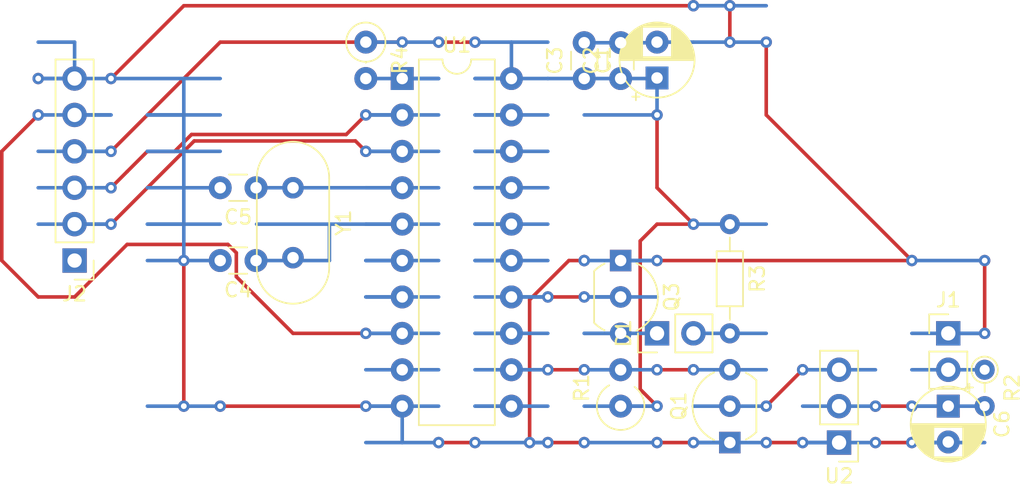
<source format=kicad_pcb>
(kicad_pcb (version 20171130) (host pcbnew 5.99.0+really5.1.12+dfsg1-1)

  (general
    (thickness 1.6)
    (drawings 0)
    (tracks 236)
    (zones 0)
    (modules 18)
    (nets 27)
  )

  (page A4)
  (layers
    (0 F.Cu signal)
    (31 B.Cu signal)
    (32 B.Adhes user)
    (33 F.Adhes user)
    (34 B.Paste user)
    (35 F.Paste user)
    (36 B.SilkS user)
    (37 F.SilkS user)
    (38 B.Mask user)
    (39 F.Mask user)
    (40 Dwgs.User user)
    (41 Cmts.User user)
    (42 Eco1.User user)
    (43 Eco2.User user)
    (44 Edge.Cuts user)
    (45 Margin user)
    (46 B.CrtYd user)
    (47 F.CrtYd user)
    (48 B.Fab user)
    (49 F.Fab user)
  )

  (setup
    (last_trace_width 0.25)
    (trace_clearance 0.2)
    (zone_clearance 0.508)
    (zone_45_only no)
    (trace_min 0.2)
    (via_size 0.8)
    (via_drill 0.4)
    (via_min_size 0.4)
    (via_min_drill 0.3)
    (uvia_size 0.3)
    (uvia_drill 0.1)
    (uvias_allowed no)
    (uvia_min_size 0.2)
    (uvia_min_drill 0.1)
    (edge_width 0.05)
    (segment_width 0.2)
    (pcb_text_width 0.3)
    (pcb_text_size 1.5 1.5)
    (mod_edge_width 0.12)
    (mod_text_size 1 1)
    (mod_text_width 0.15)
    (pad_size 1.524 1.524)
    (pad_drill 0.762)
    (pad_to_mask_clearance 0)
    (aux_axis_origin 0 0)
    (visible_elements FFFFFF7F)
    (pcbplotparams
      (layerselection 0x010fc_ffffffff)
      (usegerberextensions false)
      (usegerberattributes true)
      (usegerberadvancedattributes true)
      (creategerberjobfile true)
      (excludeedgelayer true)
      (linewidth 0.100000)
      (plotframeref false)
      (viasonmask false)
      (mode 1)
      (useauxorigin false)
      (hpglpennumber 1)
      (hpglpenspeed 20)
      (hpglpendiameter 15.000000)
      (psnegative false)
      (psa4output false)
      (plotreference true)
      (plotvalue true)
      (plotinvisibletext false)
      (padsonsilk false)
      (subtractmaskfromsilk false)
      (outputformat 1)
      (mirror false)
      (drillshape 1)
      (scaleselection 1)
      (outputdirectory ""))
  )

  (net 0 "")
  (net 1 VCC)
  (net 2 GND)
  (net 3 /ISPSCK)
  (net 4 /SOUT)
  (net 5 /ISPMISO)
  (net 6 /CTS)
  (net 7 /ISPMOSI)
  (net 8 "Net-(U1-Pad16)")
  (net 9 /SIN1)
  (net 10 "Net-(U1-Pad15)")
  (net 11 /TXD)
  (net 12 /RXD)
  (net 13 "Net-(U1-Pad11)")
  (net 14 /nRESET)
  (net 15 "Net-(J2-Pad1)")
  (net 16 /IR)
  (net 17 VS)
  (net 18 "Net-(U1-Pad9)")
  (net 19 "Net-(U1-Pad7)")
  (net 20 "Net-(U1-Pad6)")
  (net 21 /MOD)
  (net 22 "Net-(U1-Pad13)")
  (net 23 "Net-(C4-Pad1)")
  (net 24 "Net-(C5-Pad1)")
  (net 25 "Net-(D1-Pad2)")
  (net 26 "Net-(C6-Pad1)")

  (net_class Default "This is the default net class."
    (clearance 0.2)
    (trace_width 0.25)
    (via_dia 0.8)
    (via_drill 0.4)
    (uvia_dia 0.3)
    (uvia_drill 0.1)
    (add_net /CTS)
    (add_net /IR)
    (add_net /ISPMISO)
    (add_net /ISPMOSI)
    (add_net /ISPSCK)
    (add_net /MOD)
    (add_net /RXD)
    (add_net /SIN1)
    (add_net /SOUT)
    (add_net /TXD)
    (add_net /nRESET)
    (add_net GND)
    (add_net "Net-(C4-Pad1)")
    (add_net "Net-(C5-Pad1)")
    (add_net "Net-(C6-Pad1)")
    (add_net "Net-(D1-Pad2)")
    (add_net "Net-(J2-Pad1)")
    (add_net "Net-(U1-Pad11)")
    (add_net "Net-(U1-Pad13)")
    (add_net "Net-(U1-Pad15)")
    (add_net "Net-(U1-Pad16)")
    (add_net "Net-(U1-Pad6)")
    (add_net "Net-(U1-Pad7)")
    (add_net "Net-(U1-Pad9)")
    (add_net VCC)
    (add_net VS)
  )

  (module Resistor_THT:R_Axial_DIN0204_L3.6mm_D1.6mm_P2.54mm_Vertical (layer F.Cu) (tedit 5AE5139B) (tstamp 6203F1B1)
    (at 154.94 83.82 270)
    (descr "Resistor, Axial_DIN0204 series, Axial, Vertical, pin pitch=2.54mm, 0.167W, length*diameter=3.6*1.6mm^2, http://cdn-reichelt.de/documents/datenblatt/B400/1_4W%23YAG.pdf")
    (tags "Resistor Axial_DIN0204 series Axial Vertical pin pitch 2.54mm 0.167W length 3.6mm diameter 1.6mm")
    (path /620EA019)
    (fp_text reference R2 (at 1.27 -1.92 90) (layer F.SilkS)
      (effects (font (size 1 1) (thickness 0.15)))
    )
    (fp_text value 100 (at 1.27 1.92 90) (layer F.Fab)
      (effects (font (size 1 1) (thickness 0.15)))
    )
    (fp_text user %R (at 1.27 -1.92 90) (layer F.Fab)
      (effects (font (size 1 1) (thickness 0.15)))
    )
    (fp_circle (center 0 0) (end 0.8 0) (layer F.Fab) (width 0.1))
    (fp_circle (center 0 0) (end 0.92 0) (layer F.SilkS) (width 0.12))
    (fp_line (start 0 0) (end 2.54 0) (layer F.Fab) (width 0.1))
    (fp_line (start 0.92 0) (end 1.54 0) (layer F.SilkS) (width 0.12))
    (fp_line (start -1.05 -1.05) (end -1.05 1.05) (layer F.CrtYd) (width 0.05))
    (fp_line (start -1.05 1.05) (end 3.49 1.05) (layer F.CrtYd) (width 0.05))
    (fp_line (start 3.49 1.05) (end 3.49 -1.05) (layer F.CrtYd) (width 0.05))
    (fp_line (start 3.49 -1.05) (end -1.05 -1.05) (layer F.CrtYd) (width 0.05))
    (pad 2 thru_hole oval (at 2.54 0 270) (size 1.4 1.4) (drill 0.7) (layers *.Cu *.Mask)
      (net 26 "Net-(C6-Pad1)"))
    (pad 1 thru_hole circle (at 0 0 270) (size 1.4 1.4) (drill 0.7) (layers *.Cu *.Mask)
      (net 17 VS))
    (model ${KISYS3DMOD}/Resistor_THT.3dshapes/R_Axial_DIN0204_L3.6mm_D1.6mm_P2.54mm_Vertical.wrl
      (at (xyz 0 0 0))
      (scale (xyz 1 1 1))
      (rotate (xyz 0 0 0))
    )
  )

  (module Capacitor_THT:CP_Radial_D5.0mm_P2.50mm (layer F.Cu) (tedit 5AE50EF0) (tstamp 6203F3DA)
    (at 152.4 86.36 270)
    (descr "CP, Radial series, Radial, pin pitch=2.50mm, , diameter=5mm, Electrolytic Capacitor")
    (tags "CP Radial series Radial pin pitch 2.50mm  diameter 5mm Electrolytic Capacitor")
    (path /620E9611)
    (fp_text reference C6 (at 1.25 -3.75 90) (layer F.SilkS)
      (effects (font (size 1 1) (thickness 0.15)))
    )
    (fp_text value 4.7u (at 1.25 3.75 90) (layer F.Fab)
      (effects (font (size 1 1) (thickness 0.15)))
    )
    (fp_line (start -1.304775 -1.725) (end -1.304775 -1.225) (layer F.SilkS) (width 0.12))
    (fp_line (start -1.554775 -1.475) (end -1.054775 -1.475) (layer F.SilkS) (width 0.12))
    (fp_line (start 3.851 -0.284) (end 3.851 0.284) (layer F.SilkS) (width 0.12))
    (fp_line (start 3.811 -0.518) (end 3.811 0.518) (layer F.SilkS) (width 0.12))
    (fp_line (start 3.771 -0.677) (end 3.771 0.677) (layer F.SilkS) (width 0.12))
    (fp_line (start 3.731 -0.805) (end 3.731 0.805) (layer F.SilkS) (width 0.12))
    (fp_line (start 3.691 -0.915) (end 3.691 0.915) (layer F.SilkS) (width 0.12))
    (fp_line (start 3.651 -1.011) (end 3.651 1.011) (layer F.SilkS) (width 0.12))
    (fp_line (start 3.611 -1.098) (end 3.611 1.098) (layer F.SilkS) (width 0.12))
    (fp_line (start 3.571 -1.178) (end 3.571 1.178) (layer F.SilkS) (width 0.12))
    (fp_line (start 3.531 1.04) (end 3.531 1.251) (layer F.SilkS) (width 0.12))
    (fp_line (start 3.531 -1.251) (end 3.531 -1.04) (layer F.SilkS) (width 0.12))
    (fp_line (start 3.491 1.04) (end 3.491 1.319) (layer F.SilkS) (width 0.12))
    (fp_line (start 3.491 -1.319) (end 3.491 -1.04) (layer F.SilkS) (width 0.12))
    (fp_line (start 3.451 1.04) (end 3.451 1.383) (layer F.SilkS) (width 0.12))
    (fp_line (start 3.451 -1.383) (end 3.451 -1.04) (layer F.SilkS) (width 0.12))
    (fp_line (start 3.411 1.04) (end 3.411 1.443) (layer F.SilkS) (width 0.12))
    (fp_line (start 3.411 -1.443) (end 3.411 -1.04) (layer F.SilkS) (width 0.12))
    (fp_line (start 3.371 1.04) (end 3.371 1.5) (layer F.SilkS) (width 0.12))
    (fp_line (start 3.371 -1.5) (end 3.371 -1.04) (layer F.SilkS) (width 0.12))
    (fp_line (start 3.331 1.04) (end 3.331 1.554) (layer F.SilkS) (width 0.12))
    (fp_line (start 3.331 -1.554) (end 3.331 -1.04) (layer F.SilkS) (width 0.12))
    (fp_line (start 3.291 1.04) (end 3.291 1.605) (layer F.SilkS) (width 0.12))
    (fp_line (start 3.291 -1.605) (end 3.291 -1.04) (layer F.SilkS) (width 0.12))
    (fp_line (start 3.251 1.04) (end 3.251 1.653) (layer F.SilkS) (width 0.12))
    (fp_line (start 3.251 -1.653) (end 3.251 -1.04) (layer F.SilkS) (width 0.12))
    (fp_line (start 3.211 1.04) (end 3.211 1.699) (layer F.SilkS) (width 0.12))
    (fp_line (start 3.211 -1.699) (end 3.211 -1.04) (layer F.SilkS) (width 0.12))
    (fp_line (start 3.171 1.04) (end 3.171 1.743) (layer F.SilkS) (width 0.12))
    (fp_line (start 3.171 -1.743) (end 3.171 -1.04) (layer F.SilkS) (width 0.12))
    (fp_line (start 3.131 1.04) (end 3.131 1.785) (layer F.SilkS) (width 0.12))
    (fp_line (start 3.131 -1.785) (end 3.131 -1.04) (layer F.SilkS) (width 0.12))
    (fp_line (start 3.091 1.04) (end 3.091 1.826) (layer F.SilkS) (width 0.12))
    (fp_line (start 3.091 -1.826) (end 3.091 -1.04) (layer F.SilkS) (width 0.12))
    (fp_line (start 3.051 1.04) (end 3.051 1.864) (layer F.SilkS) (width 0.12))
    (fp_line (start 3.051 -1.864) (end 3.051 -1.04) (layer F.SilkS) (width 0.12))
    (fp_line (start 3.011 1.04) (end 3.011 1.901) (layer F.SilkS) (width 0.12))
    (fp_line (start 3.011 -1.901) (end 3.011 -1.04) (layer F.SilkS) (width 0.12))
    (fp_line (start 2.971 1.04) (end 2.971 1.937) (layer F.SilkS) (width 0.12))
    (fp_line (start 2.971 -1.937) (end 2.971 -1.04) (layer F.SilkS) (width 0.12))
    (fp_line (start 2.931 1.04) (end 2.931 1.971) (layer F.SilkS) (width 0.12))
    (fp_line (start 2.931 -1.971) (end 2.931 -1.04) (layer F.SilkS) (width 0.12))
    (fp_line (start 2.891 1.04) (end 2.891 2.004) (layer F.SilkS) (width 0.12))
    (fp_line (start 2.891 -2.004) (end 2.891 -1.04) (layer F.SilkS) (width 0.12))
    (fp_line (start 2.851 1.04) (end 2.851 2.035) (layer F.SilkS) (width 0.12))
    (fp_line (start 2.851 -2.035) (end 2.851 -1.04) (layer F.SilkS) (width 0.12))
    (fp_line (start 2.811 1.04) (end 2.811 2.065) (layer F.SilkS) (width 0.12))
    (fp_line (start 2.811 -2.065) (end 2.811 -1.04) (layer F.SilkS) (width 0.12))
    (fp_line (start 2.771 1.04) (end 2.771 2.095) (layer F.SilkS) (width 0.12))
    (fp_line (start 2.771 -2.095) (end 2.771 -1.04) (layer F.SilkS) (width 0.12))
    (fp_line (start 2.731 1.04) (end 2.731 2.122) (layer F.SilkS) (width 0.12))
    (fp_line (start 2.731 -2.122) (end 2.731 -1.04) (layer F.SilkS) (width 0.12))
    (fp_line (start 2.691 1.04) (end 2.691 2.149) (layer F.SilkS) (width 0.12))
    (fp_line (start 2.691 -2.149) (end 2.691 -1.04) (layer F.SilkS) (width 0.12))
    (fp_line (start 2.651 1.04) (end 2.651 2.175) (layer F.SilkS) (width 0.12))
    (fp_line (start 2.651 -2.175) (end 2.651 -1.04) (layer F.SilkS) (width 0.12))
    (fp_line (start 2.611 1.04) (end 2.611 2.2) (layer F.SilkS) (width 0.12))
    (fp_line (start 2.611 -2.2) (end 2.611 -1.04) (layer F.SilkS) (width 0.12))
    (fp_line (start 2.571 1.04) (end 2.571 2.224) (layer F.SilkS) (width 0.12))
    (fp_line (start 2.571 -2.224) (end 2.571 -1.04) (layer F.SilkS) (width 0.12))
    (fp_line (start 2.531 1.04) (end 2.531 2.247) (layer F.SilkS) (width 0.12))
    (fp_line (start 2.531 -2.247) (end 2.531 -1.04) (layer F.SilkS) (width 0.12))
    (fp_line (start 2.491 1.04) (end 2.491 2.268) (layer F.SilkS) (width 0.12))
    (fp_line (start 2.491 -2.268) (end 2.491 -1.04) (layer F.SilkS) (width 0.12))
    (fp_line (start 2.451 1.04) (end 2.451 2.29) (layer F.SilkS) (width 0.12))
    (fp_line (start 2.451 -2.29) (end 2.451 -1.04) (layer F.SilkS) (width 0.12))
    (fp_line (start 2.411 1.04) (end 2.411 2.31) (layer F.SilkS) (width 0.12))
    (fp_line (start 2.411 -2.31) (end 2.411 -1.04) (layer F.SilkS) (width 0.12))
    (fp_line (start 2.371 1.04) (end 2.371 2.329) (layer F.SilkS) (width 0.12))
    (fp_line (start 2.371 -2.329) (end 2.371 -1.04) (layer F.SilkS) (width 0.12))
    (fp_line (start 2.331 1.04) (end 2.331 2.348) (layer F.SilkS) (width 0.12))
    (fp_line (start 2.331 -2.348) (end 2.331 -1.04) (layer F.SilkS) (width 0.12))
    (fp_line (start 2.291 1.04) (end 2.291 2.365) (layer F.SilkS) (width 0.12))
    (fp_line (start 2.291 -2.365) (end 2.291 -1.04) (layer F.SilkS) (width 0.12))
    (fp_line (start 2.251 1.04) (end 2.251 2.382) (layer F.SilkS) (width 0.12))
    (fp_line (start 2.251 -2.382) (end 2.251 -1.04) (layer F.SilkS) (width 0.12))
    (fp_line (start 2.211 1.04) (end 2.211 2.398) (layer F.SilkS) (width 0.12))
    (fp_line (start 2.211 -2.398) (end 2.211 -1.04) (layer F.SilkS) (width 0.12))
    (fp_line (start 2.171 1.04) (end 2.171 2.414) (layer F.SilkS) (width 0.12))
    (fp_line (start 2.171 -2.414) (end 2.171 -1.04) (layer F.SilkS) (width 0.12))
    (fp_line (start 2.131 1.04) (end 2.131 2.428) (layer F.SilkS) (width 0.12))
    (fp_line (start 2.131 -2.428) (end 2.131 -1.04) (layer F.SilkS) (width 0.12))
    (fp_line (start 2.091 1.04) (end 2.091 2.442) (layer F.SilkS) (width 0.12))
    (fp_line (start 2.091 -2.442) (end 2.091 -1.04) (layer F.SilkS) (width 0.12))
    (fp_line (start 2.051 1.04) (end 2.051 2.455) (layer F.SilkS) (width 0.12))
    (fp_line (start 2.051 -2.455) (end 2.051 -1.04) (layer F.SilkS) (width 0.12))
    (fp_line (start 2.011 1.04) (end 2.011 2.468) (layer F.SilkS) (width 0.12))
    (fp_line (start 2.011 -2.468) (end 2.011 -1.04) (layer F.SilkS) (width 0.12))
    (fp_line (start 1.971 1.04) (end 1.971 2.48) (layer F.SilkS) (width 0.12))
    (fp_line (start 1.971 -2.48) (end 1.971 -1.04) (layer F.SilkS) (width 0.12))
    (fp_line (start 1.93 1.04) (end 1.93 2.491) (layer F.SilkS) (width 0.12))
    (fp_line (start 1.93 -2.491) (end 1.93 -1.04) (layer F.SilkS) (width 0.12))
    (fp_line (start 1.89 1.04) (end 1.89 2.501) (layer F.SilkS) (width 0.12))
    (fp_line (start 1.89 -2.501) (end 1.89 -1.04) (layer F.SilkS) (width 0.12))
    (fp_line (start 1.85 1.04) (end 1.85 2.511) (layer F.SilkS) (width 0.12))
    (fp_line (start 1.85 -2.511) (end 1.85 -1.04) (layer F.SilkS) (width 0.12))
    (fp_line (start 1.81 1.04) (end 1.81 2.52) (layer F.SilkS) (width 0.12))
    (fp_line (start 1.81 -2.52) (end 1.81 -1.04) (layer F.SilkS) (width 0.12))
    (fp_line (start 1.77 1.04) (end 1.77 2.528) (layer F.SilkS) (width 0.12))
    (fp_line (start 1.77 -2.528) (end 1.77 -1.04) (layer F.SilkS) (width 0.12))
    (fp_line (start 1.73 1.04) (end 1.73 2.536) (layer F.SilkS) (width 0.12))
    (fp_line (start 1.73 -2.536) (end 1.73 -1.04) (layer F.SilkS) (width 0.12))
    (fp_line (start 1.69 1.04) (end 1.69 2.543) (layer F.SilkS) (width 0.12))
    (fp_line (start 1.69 -2.543) (end 1.69 -1.04) (layer F.SilkS) (width 0.12))
    (fp_line (start 1.65 1.04) (end 1.65 2.55) (layer F.SilkS) (width 0.12))
    (fp_line (start 1.65 -2.55) (end 1.65 -1.04) (layer F.SilkS) (width 0.12))
    (fp_line (start 1.61 1.04) (end 1.61 2.556) (layer F.SilkS) (width 0.12))
    (fp_line (start 1.61 -2.556) (end 1.61 -1.04) (layer F.SilkS) (width 0.12))
    (fp_line (start 1.57 1.04) (end 1.57 2.561) (layer F.SilkS) (width 0.12))
    (fp_line (start 1.57 -2.561) (end 1.57 -1.04) (layer F.SilkS) (width 0.12))
    (fp_line (start 1.53 1.04) (end 1.53 2.565) (layer F.SilkS) (width 0.12))
    (fp_line (start 1.53 -2.565) (end 1.53 -1.04) (layer F.SilkS) (width 0.12))
    (fp_line (start 1.49 1.04) (end 1.49 2.569) (layer F.SilkS) (width 0.12))
    (fp_line (start 1.49 -2.569) (end 1.49 -1.04) (layer F.SilkS) (width 0.12))
    (fp_line (start 1.45 -2.573) (end 1.45 2.573) (layer F.SilkS) (width 0.12))
    (fp_line (start 1.41 -2.576) (end 1.41 2.576) (layer F.SilkS) (width 0.12))
    (fp_line (start 1.37 -2.578) (end 1.37 2.578) (layer F.SilkS) (width 0.12))
    (fp_line (start 1.33 -2.579) (end 1.33 2.579) (layer F.SilkS) (width 0.12))
    (fp_line (start 1.29 -2.58) (end 1.29 2.58) (layer F.SilkS) (width 0.12))
    (fp_line (start 1.25 -2.58) (end 1.25 2.58) (layer F.SilkS) (width 0.12))
    (fp_line (start -0.633605 -1.3375) (end -0.633605 -0.8375) (layer F.Fab) (width 0.1))
    (fp_line (start -0.883605 -1.0875) (end -0.383605 -1.0875) (layer F.Fab) (width 0.1))
    (fp_circle (center 1.25 0) (end 4 0) (layer F.CrtYd) (width 0.05))
    (fp_circle (center 1.25 0) (end 3.87 0) (layer F.SilkS) (width 0.12))
    (fp_circle (center 1.25 0) (end 3.75 0) (layer F.Fab) (width 0.1))
    (fp_text user %R (at 1.25 0 90) (layer F.Fab)
      (effects (font (size 1 1) (thickness 0.15)))
    )
    (pad 1 thru_hole rect (at 0 0 270) (size 1.6 1.6) (drill 0.8) (layers *.Cu *.Mask)
      (net 26 "Net-(C6-Pad1)"))
    (pad 2 thru_hole circle (at 2.5 0 270) (size 1.6 1.6) (drill 0.8) (layers *.Cu *.Mask)
      (net 2 GND))
    (model ${KISYS3DMOD}/Capacitor_THT.3dshapes/CP_Radial_D5.0mm_P2.50mm.wrl
      (at (xyz 0 0 0))
      (scale (xyz 1 1 1))
      (rotate (xyz 0 0 0))
    )
  )

  (module Package_TO_SOT_THT:TO-92_Inline_Wide (layer F.Cu) (tedit 5A02FF81) (tstamp 6202A5F2)
    (at 137.16 88.9 90)
    (descr "TO-92 leads in-line, wide, drill 0.75mm (see NXP sot054_po.pdf)")
    (tags "to-92 sc-43 sc-43a sot54 PA33 transistor")
    (path /61F6C5D3)
    (fp_text reference Q1 (at 2.54 -3.56 90) (layer F.SilkS)
      (effects (font (size 1 1) (thickness 0.15)))
    )
    (fp_text value 2N7000 (at 2.54 2.79 90) (layer F.Fab)
      (effects (font (size 1 1) (thickness 0.15)))
    )
    (fp_arc (start 2.54 0) (end 4.34 1.85) (angle -20) (layer F.SilkS) (width 0.12))
    (fp_arc (start 2.54 0) (end 2.54 -2.48) (angle -135) (layer F.Fab) (width 0.1))
    (fp_arc (start 2.54 0) (end 2.54 -2.48) (angle 135) (layer F.Fab) (width 0.1))
    (fp_arc (start 2.54 0) (end 2.54 -2.6) (angle 65) (layer F.SilkS) (width 0.12))
    (fp_arc (start 2.54 0) (end 2.54 -2.6) (angle -65) (layer F.SilkS) (width 0.12))
    (fp_arc (start 2.54 0) (end 0.74 1.85) (angle 20) (layer F.SilkS) (width 0.12))
    (fp_text user %R (at 2.54 0 90) (layer F.Fab)
      (effects (font (size 1 1) (thickness 0.15)))
    )
    (fp_line (start 0.74 1.85) (end 4.34 1.85) (layer F.SilkS) (width 0.12))
    (fp_line (start 0.8 1.75) (end 4.3 1.75) (layer F.Fab) (width 0.1))
    (fp_line (start -1.01 -2.73) (end 6.09 -2.73) (layer F.CrtYd) (width 0.05))
    (fp_line (start -1.01 -2.73) (end -1.01 2.01) (layer F.CrtYd) (width 0.05))
    (fp_line (start 6.09 2.01) (end 6.09 -2.73) (layer F.CrtYd) (width 0.05))
    (fp_line (start 6.09 2.01) (end -1.01 2.01) (layer F.CrtYd) (width 0.05))
    (pad 1 thru_hole rect (at 0 0 90) (size 1.5 1.5) (drill 0.8) (layers *.Cu *.Mask)
      (net 2 GND))
    (pad 3 thru_hole circle (at 5.08 0 90) (size 1.5 1.5) (drill 0.8) (layers *.Cu *.Mask)
      (net 9 /SIN1))
    (pad 2 thru_hole circle (at 2.54 0 90) (size 1.5 1.5) (drill 0.8) (layers *.Cu *.Mask)
      (net 16 /IR))
    (model ${KISYS3DMOD}/Package_TO_SOT_THT.3dshapes/TO-92_Inline_Wide.wrl
      (at (xyz 0 0 0))
      (scale (xyz 1 1 1))
      (rotate (xyz 0 0 0))
    )
  )

  (module Connector_PinHeader_2.54mm:PinHeader_1x02_P2.54mm_Vertical (layer F.Cu) (tedit 59FED5CC) (tstamp 6202A7BE)
    (at 132.08 81.28 90)
    (descr "Through hole straight pin header, 1x02, 2.54mm pitch, single row")
    (tags "Through hole pin header THT 1x02 2.54mm single row")
    (path /620C435A)
    (fp_text reference D1 (at 0 -2.33 90) (layer F.SilkS)
      (effects (font (size 1 1) (thickness 0.15)))
    )
    (fp_text value LED (at 0 4.87 90) (layer F.Fab)
      (effects (font (size 1 1) (thickness 0.15)))
    )
    (fp_text user %R (at 0 1.27) (layer F.Fab)
      (effects (font (size 1 1) (thickness 0.15)))
    )
    (fp_line (start -0.635 -1.27) (end 1.27 -1.27) (layer F.Fab) (width 0.1))
    (fp_line (start 1.27 -1.27) (end 1.27 3.81) (layer F.Fab) (width 0.1))
    (fp_line (start 1.27 3.81) (end -1.27 3.81) (layer F.Fab) (width 0.1))
    (fp_line (start -1.27 3.81) (end -1.27 -0.635) (layer F.Fab) (width 0.1))
    (fp_line (start -1.27 -0.635) (end -0.635 -1.27) (layer F.Fab) (width 0.1))
    (fp_line (start -1.33 3.87) (end 1.33 3.87) (layer F.SilkS) (width 0.12))
    (fp_line (start -1.33 1.27) (end -1.33 3.87) (layer F.SilkS) (width 0.12))
    (fp_line (start 1.33 1.27) (end 1.33 3.87) (layer F.SilkS) (width 0.12))
    (fp_line (start -1.33 1.27) (end 1.33 1.27) (layer F.SilkS) (width 0.12))
    (fp_line (start -1.33 0) (end -1.33 -1.33) (layer F.SilkS) (width 0.12))
    (fp_line (start -1.33 -1.33) (end 0 -1.33) (layer F.SilkS) (width 0.12))
    (fp_line (start -1.8 -1.8) (end -1.8 4.35) (layer F.CrtYd) (width 0.05))
    (fp_line (start -1.8 4.35) (end 1.8 4.35) (layer F.CrtYd) (width 0.05))
    (fp_line (start 1.8 4.35) (end 1.8 -1.8) (layer F.CrtYd) (width 0.05))
    (fp_line (start 1.8 -1.8) (end -1.8 -1.8) (layer F.CrtYd) (width 0.05))
    (pad 2 thru_hole oval (at 0 2.54 90) (size 1.7 1.7) (drill 1) (layers *.Cu *.Mask)
      (net 25 "Net-(D1-Pad2)"))
    (pad 1 thru_hole rect (at 0 0 90) (size 1.7 1.7) (drill 1) (layers *.Cu *.Mask)
      (net 4 /SOUT))
    (model ${KISYS3DMOD}/Connector_PinHeader_2.54mm.3dshapes/PinHeader_1x02_P2.54mm_Vertical.wrl
      (at (xyz 0 0 0))
      (scale (xyz 1 1 1))
      (rotate (xyz 0 0 0))
    )
  )

  (module Connector_PinHeader_2.54mm:PinHeader_1x02_P2.54mm_Vertical (layer F.Cu) (tedit 59FED5CC) (tstamp 6203F095)
    (at 152.4 81.28)
    (descr "Through hole straight pin header, 1x02, 2.54mm pitch, single row")
    (tags "Through hole pin header THT 1x02 2.54mm single row")
    (path /620A86D0)
    (fp_text reference J1 (at 0 -2.33) (layer F.SilkS)
      (effects (font (size 1 1) (thickness 0.15)))
    )
    (fp_text value Conn_01x02 (at 0 4.87) (layer F.Fab)
      (effects (font (size 1 1) (thickness 0.15)))
    )
    (fp_text user %R (at 0 1.27 90) (layer F.Fab)
      (effects (font (size 1 1) (thickness 0.15)))
    )
    (fp_line (start -0.635 -1.27) (end 1.27 -1.27) (layer F.Fab) (width 0.1))
    (fp_line (start 1.27 -1.27) (end 1.27 3.81) (layer F.Fab) (width 0.1))
    (fp_line (start 1.27 3.81) (end -1.27 3.81) (layer F.Fab) (width 0.1))
    (fp_line (start -1.27 3.81) (end -1.27 -0.635) (layer F.Fab) (width 0.1))
    (fp_line (start -1.27 -0.635) (end -0.635 -1.27) (layer F.Fab) (width 0.1))
    (fp_line (start -1.33 3.87) (end 1.33 3.87) (layer F.SilkS) (width 0.12))
    (fp_line (start -1.33 1.27) (end -1.33 3.87) (layer F.SilkS) (width 0.12))
    (fp_line (start 1.33 1.27) (end 1.33 3.87) (layer F.SilkS) (width 0.12))
    (fp_line (start -1.33 1.27) (end 1.33 1.27) (layer F.SilkS) (width 0.12))
    (fp_line (start -1.33 0) (end -1.33 -1.33) (layer F.SilkS) (width 0.12))
    (fp_line (start -1.33 -1.33) (end 0 -1.33) (layer F.SilkS) (width 0.12))
    (fp_line (start -1.8 -1.8) (end -1.8 4.35) (layer F.CrtYd) (width 0.05))
    (fp_line (start -1.8 4.35) (end 1.8 4.35) (layer F.CrtYd) (width 0.05))
    (fp_line (start 1.8 4.35) (end 1.8 -1.8) (layer F.CrtYd) (width 0.05))
    (fp_line (start 1.8 -1.8) (end -1.8 -1.8) (layer F.CrtYd) (width 0.05))
    (pad 2 thru_hole oval (at 0 2.54) (size 1.7 1.7) (drill 1) (layers *.Cu *.Mask)
      (net 17 VS))
    (pad 1 thru_hole rect (at 0 0) (size 1.7 1.7) (drill 1) (layers *.Cu *.Mask)
      (net 2 GND))
    (model ${KISYS3DMOD}/Connector_PinHeader_2.54mm.3dshapes/PinHeader_1x02_P2.54mm_Vertical.wrl
      (at (xyz 0 0 0))
      (scale (xyz 1 1 1))
      (rotate (xyz 0 0 0))
    )
  )

  (module Resistor_THT:R_Axial_DIN0207_L6.3mm_D2.5mm_P2.54mm_Vertical (layer F.Cu) (tedit 5AE5139B) (tstamp 6203FA19)
    (at 111.76 60.96 270)
    (descr "Resistor, Axial_DIN0207 series, Axial, Vertical, pin pitch=2.54mm, 0.25W = 1/4W, length*diameter=6.3*2.5mm^2, http://cdn-reichelt.de/documents/datenblatt/B400/1_4W%23YAG.pdf")
    (tags "Resistor Axial_DIN0207 series Axial Vertical pin pitch 2.54mm 0.25W = 1/4W length 6.3mm diameter 2.5mm")
    (path /6202C532)
    (fp_text reference R4 (at 1.27 -2.37 90) (layer F.SilkS)
      (effects (font (size 1 1) (thickness 0.15)))
    )
    (fp_text value R (at 1.27 2.37 90) (layer F.Fab)
      (effects (font (size 1 1) (thickness 0.15)))
    )
    (fp_text user %R (at 1.27 -2.37 90) (layer F.Fab)
      (effects (font (size 1 1) (thickness 0.15)))
    )
    (fp_circle (center 0 0) (end 1.25 0) (layer F.Fab) (width 0.1))
    (fp_circle (center 0 0) (end 1.37 0) (layer F.SilkS) (width 0.12))
    (fp_line (start 0 0) (end 2.54 0) (layer F.Fab) (width 0.1))
    (fp_line (start 1.37 0) (end 1.44 0) (layer F.SilkS) (width 0.12))
    (fp_line (start -1.5 -1.5) (end -1.5 1.5) (layer F.CrtYd) (width 0.05))
    (fp_line (start -1.5 1.5) (end 3.59 1.5) (layer F.CrtYd) (width 0.05))
    (fp_line (start 3.59 1.5) (end 3.59 -1.5) (layer F.CrtYd) (width 0.05))
    (fp_line (start 3.59 -1.5) (end -1.5 -1.5) (layer F.CrtYd) (width 0.05))
    (pad 2 thru_hole oval (at 2.54 0 270) (size 1.6 1.6) (drill 0.8) (layers *.Cu *.Mask)
      (net 14 /nRESET))
    (pad 1 thru_hole circle (at 0 0 270) (size 1.6 1.6) (drill 0.8) (layers *.Cu *.Mask)
      (net 1 VCC))
    (model ${KISYS3DMOD}/Resistor_THT.3dshapes/R_Axial_DIN0207_L6.3mm_D2.5mm_P2.54mm_Vertical.wrl
      (at (xyz 0 0 0))
      (scale (xyz 1 1 1))
      (rotate (xyz 0 0 0))
    )
  )

  (module Crystal:Crystal_HC49-U_Vertical (layer F.Cu) (tedit 5A1AD3B8) (tstamp 62015DD4)
    (at 106.68 71.12 270)
    (descr "Crystal THT HC-49/U http://5hertz.com/pdfs/04404_D.pdf")
    (tags "THT crystalHC-49/U")
    (path /6206940D)
    (fp_text reference Y1 (at 2.44 -3.525 90) (layer F.SilkS)
      (effects (font (size 1 1) (thickness 0.15)))
    )
    (fp_text value Crystal (at 2.44 3.525 90) (layer F.Fab)
      (effects (font (size 1 1) (thickness 0.15)))
    )
    (fp_arc (start 5.565 0) (end 5.565 -2.525) (angle 180) (layer F.SilkS) (width 0.12))
    (fp_arc (start -0.685 0) (end -0.685 -2.525) (angle -180) (layer F.SilkS) (width 0.12))
    (fp_arc (start 5.44 0) (end 5.44 -2) (angle 180) (layer F.Fab) (width 0.1))
    (fp_arc (start -0.56 0) (end -0.56 -2) (angle -180) (layer F.Fab) (width 0.1))
    (fp_arc (start 5.565 0) (end 5.565 -2.325) (angle 180) (layer F.Fab) (width 0.1))
    (fp_arc (start -0.685 0) (end -0.685 -2.325) (angle -180) (layer F.Fab) (width 0.1))
    (fp_text user %R (at 2.44 0 90) (layer F.Fab)
      (effects (font (size 1 1) (thickness 0.15)))
    )
    (fp_line (start -0.685 -2.325) (end 5.565 -2.325) (layer F.Fab) (width 0.1))
    (fp_line (start -0.685 2.325) (end 5.565 2.325) (layer F.Fab) (width 0.1))
    (fp_line (start -0.56 -2) (end 5.44 -2) (layer F.Fab) (width 0.1))
    (fp_line (start -0.56 2) (end 5.44 2) (layer F.Fab) (width 0.1))
    (fp_line (start -0.685 -2.525) (end 5.565 -2.525) (layer F.SilkS) (width 0.12))
    (fp_line (start -0.685 2.525) (end 5.565 2.525) (layer F.SilkS) (width 0.12))
    (fp_line (start -3.5 -2.8) (end -3.5 2.8) (layer F.CrtYd) (width 0.05))
    (fp_line (start -3.5 2.8) (end 8.4 2.8) (layer F.CrtYd) (width 0.05))
    (fp_line (start 8.4 2.8) (end 8.4 -2.8) (layer F.CrtYd) (width 0.05))
    (fp_line (start 8.4 -2.8) (end -3.5 -2.8) (layer F.CrtYd) (width 0.05))
    (pad 2 thru_hole circle (at 4.88 0 270) (size 1.5 1.5) (drill 0.8) (layers *.Cu *.Mask)
      (net 23 "Net-(C4-Pad1)"))
    (pad 1 thru_hole circle (at 0 0 270) (size 1.5 1.5) (drill 0.8) (layers *.Cu *.Mask)
      (net 24 "Net-(C5-Pad1)"))
    (model ${KISYS3DMOD}/Crystal.3dshapes/Crystal_HC49-U_Vertical.wrl
      (at (xyz 0 0 0))
      (scale (xyz 1 1 1))
      (rotate (xyz 0 0 0))
    )
  )

  (module Connector_PinHeader_2.54mm:PinHeader_1x03_P2.54mm_Vertical (layer F.Cu) (tedit 59FED5CC) (tstamp 6203E4C7)
    (at 144.78 88.9 180)
    (descr "Through hole straight pin header, 1x03, 2.54mm pitch, single row")
    (tags "Through hole pin header THT 1x03 2.54mm single row")
    (path /61F73CA4)
    (fp_text reference U2 (at 0 -2.33) (layer F.SilkS)
      (effects (font (size 1 1) (thickness 0.15)))
    )
    (fp_text value TSOP17xx (at 0 7.41) (layer F.Fab)
      (effects (font (size 1 1) (thickness 0.15)))
    )
    (fp_text user %R (at 0 2.54 90) (layer F.Fab)
      (effects (font (size 1 1) (thickness 0.15)))
    )
    (fp_line (start -0.635 -1.27) (end 1.27 -1.27) (layer F.Fab) (width 0.1))
    (fp_line (start 1.27 -1.27) (end 1.27 6.35) (layer F.Fab) (width 0.1))
    (fp_line (start 1.27 6.35) (end -1.27 6.35) (layer F.Fab) (width 0.1))
    (fp_line (start -1.27 6.35) (end -1.27 -0.635) (layer F.Fab) (width 0.1))
    (fp_line (start -1.27 -0.635) (end -0.635 -1.27) (layer F.Fab) (width 0.1))
    (fp_line (start -1.33 6.41) (end 1.33 6.41) (layer F.SilkS) (width 0.12))
    (fp_line (start -1.33 1.27) (end -1.33 6.41) (layer F.SilkS) (width 0.12))
    (fp_line (start 1.33 1.27) (end 1.33 6.41) (layer F.SilkS) (width 0.12))
    (fp_line (start -1.33 1.27) (end 1.33 1.27) (layer F.SilkS) (width 0.12))
    (fp_line (start -1.33 0) (end -1.33 -1.33) (layer F.SilkS) (width 0.12))
    (fp_line (start -1.33 -1.33) (end 0 -1.33) (layer F.SilkS) (width 0.12))
    (fp_line (start -1.8 -1.8) (end -1.8 6.85) (layer F.CrtYd) (width 0.05))
    (fp_line (start -1.8 6.85) (end 1.8 6.85) (layer F.CrtYd) (width 0.05))
    (fp_line (start 1.8 6.85) (end 1.8 -1.8) (layer F.CrtYd) (width 0.05))
    (fp_line (start 1.8 -1.8) (end -1.8 -1.8) (layer F.CrtYd) (width 0.05))
    (pad 3 thru_hole oval (at 0 5.08 180) (size 1.7 1.7) (drill 1) (layers *.Cu *.Mask)
      (net 16 /IR))
    (pad 2 thru_hole oval (at 0 2.54 180) (size 1.7 1.7) (drill 1) (layers *.Cu *.Mask)
      (net 26 "Net-(C6-Pad1)"))
    (pad 1 thru_hole rect (at 0 0 180) (size 1.7 1.7) (drill 1) (layers *.Cu *.Mask)
      (net 2 GND))
    (model ${KISYS3DMOD}/Connector_PinHeader_2.54mm.3dshapes/PinHeader_1x03_P2.54mm_Vertical.wrl
      (at (xyz 0 0 0))
      (scale (xyz 1 1 1))
      (rotate (xyz 0 0 0))
    )
  )

  (module Package_DIP:DIP-20_W7.62mm (layer F.Cu) (tedit 5A02E8C5) (tstamp 620157A4)
    (at 114.3 63.5)
    (descr "20-lead though-hole mounted DIP package, row spacing 7.62 mm (300 mils)")
    (tags "THT DIP DIL PDIP 2.54mm 7.62mm 300mil")
    (path /61F5198B)
    (fp_text reference U1 (at 3.81 -2.33) (layer F.SilkS)
      (effects (font (size 1 1) (thickness 0.15)))
    )
    (fp_text value ATtiny2313A-PU (at 3.81 25.19) (layer F.Fab)
      (effects (font (size 1 1) (thickness 0.15)))
    )
    (fp_text user %R (at 3.81 11.43) (layer F.Fab)
      (effects (font (size 1 1) (thickness 0.15)))
    )
    (fp_arc (start 3.81 -1.33) (end 2.81 -1.33) (angle -180) (layer F.SilkS) (width 0.12))
    (fp_line (start 1.635 -1.27) (end 6.985 -1.27) (layer F.Fab) (width 0.1))
    (fp_line (start 6.985 -1.27) (end 6.985 24.13) (layer F.Fab) (width 0.1))
    (fp_line (start 6.985 24.13) (end 0.635 24.13) (layer F.Fab) (width 0.1))
    (fp_line (start 0.635 24.13) (end 0.635 -0.27) (layer F.Fab) (width 0.1))
    (fp_line (start 0.635 -0.27) (end 1.635 -1.27) (layer F.Fab) (width 0.1))
    (fp_line (start 2.81 -1.33) (end 1.16 -1.33) (layer F.SilkS) (width 0.12))
    (fp_line (start 1.16 -1.33) (end 1.16 24.19) (layer F.SilkS) (width 0.12))
    (fp_line (start 1.16 24.19) (end 6.46 24.19) (layer F.SilkS) (width 0.12))
    (fp_line (start 6.46 24.19) (end 6.46 -1.33) (layer F.SilkS) (width 0.12))
    (fp_line (start 6.46 -1.33) (end 4.81 -1.33) (layer F.SilkS) (width 0.12))
    (fp_line (start -1.1 -1.55) (end -1.1 24.4) (layer F.CrtYd) (width 0.05))
    (fp_line (start -1.1 24.4) (end 8.7 24.4) (layer F.CrtYd) (width 0.05))
    (fp_line (start 8.7 24.4) (end 8.7 -1.55) (layer F.CrtYd) (width 0.05))
    (fp_line (start 8.7 -1.55) (end -1.1 -1.55) (layer F.CrtYd) (width 0.05))
    (pad 20 thru_hole oval (at 7.62 0) (size 1.6 1.6) (drill 0.8) (layers *.Cu *.Mask)
      (net 1 VCC))
    (pad 10 thru_hole oval (at 0 22.86) (size 1.6 1.6) (drill 0.8) (layers *.Cu *.Mask)
      (net 2 GND))
    (pad 19 thru_hole oval (at 7.62 2.54) (size 1.6 1.6) (drill 0.8) (layers *.Cu *.Mask)
      (net 3 /ISPSCK))
    (pad 9 thru_hole oval (at 0 20.32) (size 1.6 1.6) (drill 0.8) (layers *.Cu *.Mask)
      (net 18 "Net-(U1-Pad9)"))
    (pad 18 thru_hole oval (at 7.62 5.08) (size 1.6 1.6) (drill 0.8) (layers *.Cu *.Mask)
      (net 5 /ISPMISO))
    (pad 8 thru_hole oval (at 0 17.78) (size 1.6 1.6) (drill 0.8) (layers *.Cu *.Mask)
      (net 6 /CTS))
    (pad 17 thru_hole oval (at 7.62 7.62) (size 1.6 1.6) (drill 0.8) (layers *.Cu *.Mask)
      (net 7 /ISPMOSI))
    (pad 7 thru_hole oval (at 0 15.24) (size 1.6 1.6) (drill 0.8) (layers *.Cu *.Mask)
      (net 19 "Net-(U1-Pad7)"))
    (pad 16 thru_hole oval (at 7.62 10.16) (size 1.6 1.6) (drill 0.8) (layers *.Cu *.Mask)
      (net 8 "Net-(U1-Pad16)"))
    (pad 6 thru_hole oval (at 0 12.7) (size 1.6 1.6) (drill 0.8) (layers *.Cu *.Mask)
      (net 20 "Net-(U1-Pad6)"))
    (pad 15 thru_hole oval (at 7.62 12.7) (size 1.6 1.6) (drill 0.8) (layers *.Cu *.Mask)
      (net 10 "Net-(U1-Pad15)"))
    (pad 5 thru_hole oval (at 0 10.16) (size 1.6 1.6) (drill 0.8) (layers *.Cu *.Mask)
      (net 23 "Net-(C4-Pad1)"))
    (pad 14 thru_hole oval (at 7.62 15.24) (size 1.6 1.6) (drill 0.8) (layers *.Cu *.Mask)
      (net 21 /MOD))
    (pad 4 thru_hole oval (at 0 7.62) (size 1.6 1.6) (drill 0.8) (layers *.Cu *.Mask)
      (net 24 "Net-(C5-Pad1)"))
    (pad 13 thru_hole oval (at 7.62 17.78) (size 1.6 1.6) (drill 0.8) (layers *.Cu *.Mask)
      (net 22 "Net-(U1-Pad13)"))
    (pad 3 thru_hole oval (at 0 5.08) (size 1.6 1.6) (drill 0.8) (layers *.Cu *.Mask)
      (net 11 /TXD))
    (pad 12 thru_hole oval (at 7.62 20.32) (size 1.6 1.6) (drill 0.8) (layers *.Cu *.Mask)
      (net 9 /SIN1))
    (pad 2 thru_hole oval (at 0 2.54) (size 1.6 1.6) (drill 0.8) (layers *.Cu *.Mask)
      (net 12 /RXD))
    (pad 11 thru_hole oval (at 7.62 22.86) (size 1.6 1.6) (drill 0.8) (layers *.Cu *.Mask)
      (net 13 "Net-(U1-Pad11)"))
    (pad 1 thru_hole rect (at 0 0) (size 1.6 1.6) (drill 0.8) (layers *.Cu *.Mask)
      (net 14 /nRESET))
    (model ${KISYS3DMOD}/Package_DIP.3dshapes/DIP-20_W7.62mm.wrl
      (at (xyz 0 0 0))
      (scale (xyz 1 1 1))
      (rotate (xyz 0 0 0))
    )
  )

  (module Resistor_THT:R_Axial_DIN0204_L3.6mm_D1.6mm_P7.62mm_Horizontal (layer F.Cu) (tedit 5AE5139B) (tstamp 6203E618)
    (at 137.16 73.66 270)
    (descr "Resistor, Axial_DIN0204 series, Axial, Horizontal, pin pitch=7.62mm, 0.167W, length*diameter=3.6*1.6mm^2, http://cdn-reichelt.de/documents/datenblatt/B400/1_4W%23YAG.pdf")
    (tags "Resistor Axial_DIN0204 series Axial Horizontal pin pitch 7.62mm 0.167W length 3.6mm diameter 1.6mm")
    (path /61F9E9D4)
    (fp_text reference R3 (at 3.81 -1.92 90) (layer F.SilkS)
      (effects (font (size 1 1) (thickness 0.15)))
    )
    (fp_text value R (at 3.81 1.92 90) (layer F.Fab)
      (effects (font (size 1 1) (thickness 0.15)))
    )
    (fp_text user %R (at 3.81 0 90) (layer F.Fab)
      (effects (font (size 0.72 0.72) (thickness 0.108)))
    )
    (fp_line (start 2.01 -0.8) (end 2.01 0.8) (layer F.Fab) (width 0.1))
    (fp_line (start 2.01 0.8) (end 5.61 0.8) (layer F.Fab) (width 0.1))
    (fp_line (start 5.61 0.8) (end 5.61 -0.8) (layer F.Fab) (width 0.1))
    (fp_line (start 5.61 -0.8) (end 2.01 -0.8) (layer F.Fab) (width 0.1))
    (fp_line (start 0 0) (end 2.01 0) (layer F.Fab) (width 0.1))
    (fp_line (start 7.62 0) (end 5.61 0) (layer F.Fab) (width 0.1))
    (fp_line (start 1.89 -0.92) (end 1.89 0.92) (layer F.SilkS) (width 0.12))
    (fp_line (start 1.89 0.92) (end 5.73 0.92) (layer F.SilkS) (width 0.12))
    (fp_line (start 5.73 0.92) (end 5.73 -0.92) (layer F.SilkS) (width 0.12))
    (fp_line (start 5.73 -0.92) (end 1.89 -0.92) (layer F.SilkS) (width 0.12))
    (fp_line (start 0.94 0) (end 1.89 0) (layer F.SilkS) (width 0.12))
    (fp_line (start 6.68 0) (end 5.73 0) (layer F.SilkS) (width 0.12))
    (fp_line (start -0.95 -1.05) (end -0.95 1.05) (layer F.CrtYd) (width 0.05))
    (fp_line (start -0.95 1.05) (end 8.57 1.05) (layer F.CrtYd) (width 0.05))
    (fp_line (start 8.57 1.05) (end 8.57 -1.05) (layer F.CrtYd) (width 0.05))
    (fp_line (start 8.57 -1.05) (end -0.95 -1.05) (layer F.CrtYd) (width 0.05))
    (pad 2 thru_hole oval (at 7.62 0 270) (size 1.4 1.4) (drill 0.7) (layers *.Cu *.Mask)
      (net 25 "Net-(D1-Pad2)"))
    (pad 1 thru_hole circle (at 0 0 270) (size 1.4 1.4) (drill 0.7) (layers *.Cu *.Mask)
      (net 1 VCC))
    (model ${KISYS3DMOD}/Resistor_THT.3dshapes/R_Axial_DIN0204_L3.6mm_D1.6mm_P7.62mm_Horizontal.wrl
      (at (xyz 0 0 0))
      (scale (xyz 1 1 1))
      (rotate (xyz 0 0 0))
    )
  )

  (module Resistor_THT:R_Axial_DIN0309_L9.0mm_D3.2mm_P2.54mm_Vertical (layer F.Cu) (tedit 5AE5139B) (tstamp 620175B0)
    (at 129.54 86.36 90)
    (descr "Resistor, Axial_DIN0309 series, Axial, Vertical, pin pitch=2.54mm, 0.5W = 1/2W, length*diameter=9*3.2mm^2, http://cdn-reichelt.de/documents/datenblatt/B400/1_4W%23YAG.pdf")
    (tags "Resistor Axial_DIN0309 series Axial Vertical pin pitch 2.54mm 0.5W = 1/2W length 9mm diameter 3.2mm")
    (path /61F71B99)
    (fp_text reference R1 (at 1.27 -2.72 90) (layer F.SilkS)
      (effects (font (size 1 1) (thickness 0.15)))
    )
    (fp_text value R (at 1.27 2.72 90) (layer F.Fab)
      (effects (font (size 1 1) (thickness 0.15)))
    )
    (fp_text user %R (at 1.27 -2.72 90) (layer F.Fab)
      (effects (font (size 1 1) (thickness 0.15)))
    )
    (fp_arc (start 0 0) (end 1.453272 -0.8) (angle -295.326041) (layer F.SilkS) (width 0.12))
    (fp_circle (center 0 0) (end 1.6 0) (layer F.Fab) (width 0.1))
    (fp_line (start 0 0) (end 2.54 0) (layer F.Fab) (width 0.1))
    (fp_line (start -1.85 -1.85) (end -1.85 1.85) (layer F.CrtYd) (width 0.05))
    (fp_line (start -1.85 1.85) (end 3.59 1.85) (layer F.CrtYd) (width 0.05))
    (fp_line (start 3.59 1.85) (end 3.59 -1.85) (layer F.CrtYd) (width 0.05))
    (fp_line (start 3.59 -1.85) (end -1.85 -1.85) (layer F.CrtYd) (width 0.05))
    (pad 2 thru_hole oval (at 2.54 0 90) (size 1.6 1.6) (drill 0.8) (layers *.Cu *.Mask)
      (net 9 /SIN1))
    (pad 1 thru_hole circle (at 0 0 90) (size 1.6 1.6) (drill 0.8) (layers *.Cu *.Mask)
      (net 1 VCC))
    (model ${KISYS3DMOD}/Resistor_THT.3dshapes/R_Axial_DIN0309_L9.0mm_D3.2mm_P2.54mm_Vertical.wrl
      (at (xyz 0 0 0))
      (scale (xyz 1 1 1))
      (rotate (xyz 0 0 0))
    )
  )

  (module Package_TO_SOT_THT:TO-92_Inline_Wide (layer F.Cu) (tedit 5A02FF81) (tstamp 6202A743)
    (at 129.54 76.2 270)
    (descr "TO-92 leads in-line, wide, drill 0.75mm (see NXP sot054_po.pdf)")
    (tags "to-92 sc-43 sc-43a sot54 PA33 transistor")
    (path /61F9DE79)
    (fp_text reference Q3 (at 2.54 -3.56 90) (layer F.SilkS)
      (effects (font (size 1 1) (thickness 0.15)))
    )
    (fp_text value 2N7000 (at 2.54 2.79 90) (layer F.Fab)
      (effects (font (size 1 1) (thickness 0.15)))
    )
    (fp_arc (start 2.54 0) (end 4.34 1.85) (angle -20) (layer F.SilkS) (width 0.12))
    (fp_arc (start 2.54 0) (end 2.54 -2.48) (angle -135) (layer F.Fab) (width 0.1))
    (fp_arc (start 2.54 0) (end 2.54 -2.48) (angle 135) (layer F.Fab) (width 0.1))
    (fp_arc (start 2.54 0) (end 2.54 -2.6) (angle 65) (layer F.SilkS) (width 0.12))
    (fp_arc (start 2.54 0) (end 2.54 -2.6) (angle -65) (layer F.SilkS) (width 0.12))
    (fp_arc (start 2.54 0) (end 0.74 1.85) (angle 20) (layer F.SilkS) (width 0.12))
    (fp_text user %R (at 2.54 0 90) (layer F.Fab)
      (effects (font (size 1 1) (thickness 0.15)))
    )
    (fp_line (start 0.74 1.85) (end 4.34 1.85) (layer F.SilkS) (width 0.12))
    (fp_line (start 0.8 1.75) (end 4.3 1.75) (layer F.Fab) (width 0.1))
    (fp_line (start -1.01 -2.73) (end 6.09 -2.73) (layer F.CrtYd) (width 0.05))
    (fp_line (start -1.01 -2.73) (end -1.01 2.01) (layer F.CrtYd) (width 0.05))
    (fp_line (start 6.09 2.01) (end 6.09 -2.73) (layer F.CrtYd) (width 0.05))
    (fp_line (start 6.09 2.01) (end -1.01 2.01) (layer F.CrtYd) (width 0.05))
    (pad 1 thru_hole rect (at 0 0 270) (size 1.5 1.5) (drill 0.8) (layers *.Cu *.Mask)
      (net 2 GND))
    (pad 3 thru_hole circle (at 5.08 0 270) (size 1.5 1.5) (drill 0.8) (layers *.Cu *.Mask)
      (net 4 /SOUT))
    (pad 2 thru_hole circle (at 2.54 0 270) (size 1.5 1.5) (drill 0.8) (layers *.Cu *.Mask)
      (net 21 /MOD))
    (model ${KISYS3DMOD}/Package_TO_SOT_THT.3dshapes/TO-92_Inline_Wide.wrl
      (at (xyz 0 0 0))
      (scale (xyz 1 1 1))
      (rotate (xyz 0 0 0))
    )
  )

  (module Connector_PinHeader_2.54mm:PinHeader_1x06_P2.54mm_Vertical (layer F.Cu) (tedit 59FED5CC) (tstamp 62015BEB)
    (at 91.44 76.2 180)
    (descr "Through hole straight pin header, 1x06, 2.54mm pitch, single row")
    (tags "Through hole pin header THT 1x06 2.54mm single row")
    (path /61F5D972)
    (fp_text reference J2 (at 0 -2.33) (layer F.SilkS)
      (effects (font (size 1 1) (thickness 0.15)))
    )
    (fp_text value Conn_01x06 (at 0 15.03) (layer F.Fab)
      (effects (font (size 1 1) (thickness 0.15)))
    )
    (fp_text user %R (at 0 6.35 90) (layer F.Fab)
      (effects (font (size 1 1) (thickness 0.15)))
    )
    (fp_line (start -0.635 -1.27) (end 1.27 -1.27) (layer F.Fab) (width 0.1))
    (fp_line (start 1.27 -1.27) (end 1.27 13.97) (layer F.Fab) (width 0.1))
    (fp_line (start 1.27 13.97) (end -1.27 13.97) (layer F.Fab) (width 0.1))
    (fp_line (start -1.27 13.97) (end -1.27 -0.635) (layer F.Fab) (width 0.1))
    (fp_line (start -1.27 -0.635) (end -0.635 -1.27) (layer F.Fab) (width 0.1))
    (fp_line (start -1.33 14.03) (end 1.33 14.03) (layer F.SilkS) (width 0.12))
    (fp_line (start -1.33 1.27) (end -1.33 14.03) (layer F.SilkS) (width 0.12))
    (fp_line (start 1.33 1.27) (end 1.33 14.03) (layer F.SilkS) (width 0.12))
    (fp_line (start -1.33 1.27) (end 1.33 1.27) (layer F.SilkS) (width 0.12))
    (fp_line (start -1.33 0) (end -1.33 -1.33) (layer F.SilkS) (width 0.12))
    (fp_line (start -1.33 -1.33) (end 0 -1.33) (layer F.SilkS) (width 0.12))
    (fp_line (start -1.8 -1.8) (end -1.8 14.5) (layer F.CrtYd) (width 0.05))
    (fp_line (start -1.8 14.5) (end 1.8 14.5) (layer F.CrtYd) (width 0.05))
    (fp_line (start 1.8 14.5) (end 1.8 -1.8) (layer F.CrtYd) (width 0.05))
    (fp_line (start 1.8 -1.8) (end -1.8 -1.8) (layer F.CrtYd) (width 0.05))
    (pad 6 thru_hole oval (at 0 12.7 180) (size 1.7 1.7) (drill 1) (layers *.Cu *.Mask)
      (net 2 GND))
    (pad 5 thru_hole oval (at 0 10.16 180) (size 1.7 1.7) (drill 1) (layers *.Cu *.Mask)
      (net 6 /CTS))
    (pad 4 thru_hole oval (at 0 7.62 180) (size 1.7 1.7) (drill 1) (layers *.Cu *.Mask)
      (net 1 VCC))
    (pad 3 thru_hole oval (at 0 5.08 180) (size 1.7 1.7) (drill 1) (layers *.Cu *.Mask)
      (net 12 /RXD))
    (pad 2 thru_hole oval (at 0 2.54 180) (size 1.7 1.7) (drill 1) (layers *.Cu *.Mask)
      (net 11 /TXD))
    (pad 1 thru_hole rect (at 0 0 180) (size 1.7 1.7) (drill 1) (layers *.Cu *.Mask)
      (net 15 "Net-(J2-Pad1)"))
    (model ${KISYS3DMOD}/Connector_PinHeader_2.54mm.3dshapes/PinHeader_1x06_P2.54mm_Vertical.wrl
      (at (xyz 0 0 0))
      (scale (xyz 1 1 1))
      (rotate (xyz 0 0 0))
    )
  )

  (module Capacitor_THT:C_Disc_D3.0mm_W1.6mm_P2.50mm (layer F.Cu) (tedit 5AE50EF0) (tstamp 620156AF)
    (at 104.1 71.12 180)
    (descr "C, Disc series, Radial, pin pitch=2.50mm, , diameter*width=3.0*1.6mm^2, Capacitor, http://www.vishay.com/docs/45233/krseries.pdf")
    (tags "C Disc series Radial pin pitch 2.50mm  diameter 3.0mm width 1.6mm Capacitor")
    (path /6206D7C4)
    (fp_text reference C5 (at 1.25 -2.05) (layer F.SilkS)
      (effects (font (size 1 1) (thickness 0.15)))
    )
    (fp_text value C (at 1.25 2.05) (layer F.Fab)
      (effects (font (size 1 1) (thickness 0.15)))
    )
    (fp_text user %R (at 1.25 0) (layer F.Fab)
      (effects (font (size 0.6 0.6) (thickness 0.09)))
    )
    (fp_line (start -0.25 -0.8) (end -0.25 0.8) (layer F.Fab) (width 0.1))
    (fp_line (start -0.25 0.8) (end 2.75 0.8) (layer F.Fab) (width 0.1))
    (fp_line (start 2.75 0.8) (end 2.75 -0.8) (layer F.Fab) (width 0.1))
    (fp_line (start 2.75 -0.8) (end -0.25 -0.8) (layer F.Fab) (width 0.1))
    (fp_line (start 0.621 -0.92) (end 1.879 -0.92) (layer F.SilkS) (width 0.12))
    (fp_line (start 0.621 0.92) (end 1.879 0.92) (layer F.SilkS) (width 0.12))
    (fp_line (start -1.05 -1.05) (end -1.05 1.05) (layer F.CrtYd) (width 0.05))
    (fp_line (start -1.05 1.05) (end 3.55 1.05) (layer F.CrtYd) (width 0.05))
    (fp_line (start 3.55 1.05) (end 3.55 -1.05) (layer F.CrtYd) (width 0.05))
    (fp_line (start 3.55 -1.05) (end -1.05 -1.05) (layer F.CrtYd) (width 0.05))
    (pad 2 thru_hole circle (at 2.5 0 180) (size 1.6 1.6) (drill 0.8) (layers *.Cu *.Mask)
      (net 2 GND))
    (pad 1 thru_hole circle (at 0 0 180) (size 1.6 1.6) (drill 0.8) (layers *.Cu *.Mask)
      (net 24 "Net-(C5-Pad1)"))
    (model ${KISYS3DMOD}/Capacitor_THT.3dshapes/C_Disc_D3.0mm_W1.6mm_P2.50mm.wrl
      (at (xyz 0 0 0))
      (scale (xyz 1 1 1))
      (rotate (xyz 0 0 0))
    )
  )

  (module Capacitor_THT:C_Disc_D3.0mm_W1.6mm_P2.50mm (layer F.Cu) (tedit 5AE50EF0) (tstamp 62015FC0)
    (at 104.1 76.2 180)
    (descr "C, Disc series, Radial, pin pitch=2.50mm, , diameter*width=3.0*1.6mm^2, Capacitor, http://www.vishay.com/docs/45233/krseries.pdf")
    (tags "C Disc series Radial pin pitch 2.50mm  diameter 3.0mm width 1.6mm Capacitor")
    (path /6206CEF2)
    (fp_text reference C4 (at 1.25 -2.05) (layer F.SilkS)
      (effects (font (size 1 1) (thickness 0.15)))
    )
    (fp_text value C (at 1.25 2.05) (layer F.Fab)
      (effects (font (size 1 1) (thickness 0.15)))
    )
    (fp_text user %R (at 1.25 0) (layer F.Fab)
      (effects (font (size 0.6 0.6) (thickness 0.09)))
    )
    (fp_line (start -0.25 -0.8) (end -0.25 0.8) (layer F.Fab) (width 0.1))
    (fp_line (start -0.25 0.8) (end 2.75 0.8) (layer F.Fab) (width 0.1))
    (fp_line (start 2.75 0.8) (end 2.75 -0.8) (layer F.Fab) (width 0.1))
    (fp_line (start 2.75 -0.8) (end -0.25 -0.8) (layer F.Fab) (width 0.1))
    (fp_line (start 0.621 -0.92) (end 1.879 -0.92) (layer F.SilkS) (width 0.12))
    (fp_line (start 0.621 0.92) (end 1.879 0.92) (layer F.SilkS) (width 0.12))
    (fp_line (start -1.05 -1.05) (end -1.05 1.05) (layer F.CrtYd) (width 0.05))
    (fp_line (start -1.05 1.05) (end 3.55 1.05) (layer F.CrtYd) (width 0.05))
    (fp_line (start 3.55 1.05) (end 3.55 -1.05) (layer F.CrtYd) (width 0.05))
    (fp_line (start 3.55 -1.05) (end -1.05 -1.05) (layer F.CrtYd) (width 0.05))
    (pad 2 thru_hole circle (at 2.5 0 180) (size 1.6 1.6) (drill 0.8) (layers *.Cu *.Mask)
      (net 2 GND))
    (pad 1 thru_hole circle (at 0 0 180) (size 1.6 1.6) (drill 0.8) (layers *.Cu *.Mask)
      (net 23 "Net-(C4-Pad1)"))
    (model ${KISYS3DMOD}/Capacitor_THT.3dshapes/C_Disc_D3.0mm_W1.6mm_P2.50mm.wrl
      (at (xyz 0 0 0))
      (scale (xyz 1 1 1))
      (rotate (xyz 0 0 0))
    )
  )

  (module Capacitor_THT:C_Disc_D3.0mm_W1.6mm_P2.50mm (layer F.Cu) (tedit 5AE50EF0) (tstamp 62016670)
    (at 127 63.5 90)
    (descr "C, Disc series, Radial, pin pitch=2.50mm, , diameter*width=3.0*1.6mm^2, Capacitor, http://www.vishay.com/docs/45233/krseries.pdf")
    (tags "C Disc series Radial pin pitch 2.50mm  diameter 3.0mm width 1.6mm Capacitor")
    (path /620104D2)
    (fp_text reference C3 (at 1.25 -2.05 90) (layer F.SilkS)
      (effects (font (size 1 1) (thickness 0.15)))
    )
    (fp_text value 10p (at 1.25 2.05 90) (layer F.Fab)
      (effects (font (size 1 1) (thickness 0.15)))
    )
    (fp_text user %R (at 1.25 0 90) (layer F.Fab)
      (effects (font (size 0.6 0.6) (thickness 0.09)))
    )
    (fp_line (start -0.25 -0.8) (end -0.25 0.8) (layer F.Fab) (width 0.1))
    (fp_line (start -0.25 0.8) (end 2.75 0.8) (layer F.Fab) (width 0.1))
    (fp_line (start 2.75 0.8) (end 2.75 -0.8) (layer F.Fab) (width 0.1))
    (fp_line (start 2.75 -0.8) (end -0.25 -0.8) (layer F.Fab) (width 0.1))
    (fp_line (start 0.621 -0.92) (end 1.879 -0.92) (layer F.SilkS) (width 0.12))
    (fp_line (start 0.621 0.92) (end 1.879 0.92) (layer F.SilkS) (width 0.12))
    (fp_line (start -1.05 -1.05) (end -1.05 1.05) (layer F.CrtYd) (width 0.05))
    (fp_line (start -1.05 1.05) (end 3.55 1.05) (layer F.CrtYd) (width 0.05))
    (fp_line (start 3.55 1.05) (end 3.55 -1.05) (layer F.CrtYd) (width 0.05))
    (fp_line (start 3.55 -1.05) (end -1.05 -1.05) (layer F.CrtYd) (width 0.05))
    (pad 2 thru_hole circle (at 2.5 0 90) (size 1.6 1.6) (drill 0.8) (layers *.Cu *.Mask)
      (net 2 GND))
    (pad 1 thru_hole circle (at 0 0 90) (size 1.6 1.6) (drill 0.8) (layers *.Cu *.Mask)
      (net 1 VCC))
    (model ${KISYS3DMOD}/Capacitor_THT.3dshapes/C_Disc_D3.0mm_W1.6mm_P2.50mm.wrl
      (at (xyz 0 0 0))
      (scale (xyz 1 1 1))
      (rotate (xyz 0 0 0))
    )
  )

  (module Capacitor_THT:C_Disc_D3.0mm_W1.6mm_P2.50mm (layer F.Cu) (tedit 5AE50EF0) (tstamp 62015B01)
    (at 129.54 63.5 90)
    (descr "C, Disc series, Radial, pin pitch=2.50mm, , diameter*width=3.0*1.6mm^2, Capacitor, http://www.vishay.com/docs/45233/krseries.pdf")
    (tags "C Disc series Radial pin pitch 2.50mm  diameter 3.0mm width 1.6mm Capacitor")
    (path /6200F250)
    (fp_text reference C2 (at 1.25 -2.05 90) (layer F.SilkS)
      (effects (font (size 1 1) (thickness 0.15)))
    )
    (fp_text value 100p (at 1.25 2.05 90) (layer F.Fab)
      (effects (font (size 1 1) (thickness 0.15)))
    )
    (fp_text user %R (at 1.25 0 90) (layer F.Fab)
      (effects (font (size 0.6 0.6) (thickness 0.09)))
    )
    (fp_line (start -0.25 -0.8) (end -0.25 0.8) (layer F.Fab) (width 0.1))
    (fp_line (start -0.25 0.8) (end 2.75 0.8) (layer F.Fab) (width 0.1))
    (fp_line (start 2.75 0.8) (end 2.75 -0.8) (layer F.Fab) (width 0.1))
    (fp_line (start 2.75 -0.8) (end -0.25 -0.8) (layer F.Fab) (width 0.1))
    (fp_line (start 0.621 -0.92) (end 1.879 -0.92) (layer F.SilkS) (width 0.12))
    (fp_line (start 0.621 0.92) (end 1.879 0.92) (layer F.SilkS) (width 0.12))
    (fp_line (start -1.05 -1.05) (end -1.05 1.05) (layer F.CrtYd) (width 0.05))
    (fp_line (start -1.05 1.05) (end 3.55 1.05) (layer F.CrtYd) (width 0.05))
    (fp_line (start 3.55 1.05) (end 3.55 -1.05) (layer F.CrtYd) (width 0.05))
    (fp_line (start 3.55 -1.05) (end -1.05 -1.05) (layer F.CrtYd) (width 0.05))
    (pad 2 thru_hole circle (at 2.5 0 90) (size 1.6 1.6) (drill 0.8) (layers *.Cu *.Mask)
      (net 2 GND))
    (pad 1 thru_hole circle (at 0 0 90) (size 1.6 1.6) (drill 0.8) (layers *.Cu *.Mask)
      (net 1 VCC))
    (model ${KISYS3DMOD}/Capacitor_THT.3dshapes/C_Disc_D3.0mm_W1.6mm_P2.50mm.wrl
      (at (xyz 0 0 0))
      (scale (xyz 1 1 1))
      (rotate (xyz 0 0 0))
    )
  )

  (module Capacitor_THT:CP_Radial_D5.0mm_P2.50mm (layer F.Cu) (tedit 5AE50EF0) (tstamp 6203FB77)
    (at 132.08 63.46 90)
    (descr "CP, Radial series, Radial, pin pitch=2.50mm, , diameter=5mm, Electrolytic Capacitor")
    (tags "CP Radial series Radial pin pitch 2.50mm  diameter 5mm Electrolytic Capacitor")
    (path /62010BE4)
    (fp_text reference C1 (at 1.25 -3.75 90) (layer F.SilkS)
      (effects (font (size 1 1) (thickness 0.15)))
    )
    (fp_text value 1n (at 1.25 3.75 90) (layer F.Fab)
      (effects (font (size 1 1) (thickness 0.15)))
    )
    (fp_text user %R (at 1.25 0 90) (layer F.Fab)
      (effects (font (size 1 1) (thickness 0.15)))
    )
    (fp_circle (center 1.25 0) (end 3.75 0) (layer F.Fab) (width 0.1))
    (fp_circle (center 1.25 0) (end 3.87 0) (layer F.SilkS) (width 0.12))
    (fp_circle (center 1.25 0) (end 4 0) (layer F.CrtYd) (width 0.05))
    (fp_line (start -0.883605 -1.0875) (end -0.383605 -1.0875) (layer F.Fab) (width 0.1))
    (fp_line (start -0.633605 -1.3375) (end -0.633605 -0.8375) (layer F.Fab) (width 0.1))
    (fp_line (start 1.25 -2.58) (end 1.25 2.58) (layer F.SilkS) (width 0.12))
    (fp_line (start 1.29 -2.58) (end 1.29 2.58) (layer F.SilkS) (width 0.12))
    (fp_line (start 1.33 -2.579) (end 1.33 2.579) (layer F.SilkS) (width 0.12))
    (fp_line (start 1.37 -2.578) (end 1.37 2.578) (layer F.SilkS) (width 0.12))
    (fp_line (start 1.41 -2.576) (end 1.41 2.576) (layer F.SilkS) (width 0.12))
    (fp_line (start 1.45 -2.573) (end 1.45 2.573) (layer F.SilkS) (width 0.12))
    (fp_line (start 1.49 -2.569) (end 1.49 -1.04) (layer F.SilkS) (width 0.12))
    (fp_line (start 1.49 1.04) (end 1.49 2.569) (layer F.SilkS) (width 0.12))
    (fp_line (start 1.53 -2.565) (end 1.53 -1.04) (layer F.SilkS) (width 0.12))
    (fp_line (start 1.53 1.04) (end 1.53 2.565) (layer F.SilkS) (width 0.12))
    (fp_line (start 1.57 -2.561) (end 1.57 -1.04) (layer F.SilkS) (width 0.12))
    (fp_line (start 1.57 1.04) (end 1.57 2.561) (layer F.SilkS) (width 0.12))
    (fp_line (start 1.61 -2.556) (end 1.61 -1.04) (layer F.SilkS) (width 0.12))
    (fp_line (start 1.61 1.04) (end 1.61 2.556) (layer F.SilkS) (width 0.12))
    (fp_line (start 1.65 -2.55) (end 1.65 -1.04) (layer F.SilkS) (width 0.12))
    (fp_line (start 1.65 1.04) (end 1.65 2.55) (layer F.SilkS) (width 0.12))
    (fp_line (start 1.69 -2.543) (end 1.69 -1.04) (layer F.SilkS) (width 0.12))
    (fp_line (start 1.69 1.04) (end 1.69 2.543) (layer F.SilkS) (width 0.12))
    (fp_line (start 1.73 -2.536) (end 1.73 -1.04) (layer F.SilkS) (width 0.12))
    (fp_line (start 1.73 1.04) (end 1.73 2.536) (layer F.SilkS) (width 0.12))
    (fp_line (start 1.77 -2.528) (end 1.77 -1.04) (layer F.SilkS) (width 0.12))
    (fp_line (start 1.77 1.04) (end 1.77 2.528) (layer F.SilkS) (width 0.12))
    (fp_line (start 1.81 -2.52) (end 1.81 -1.04) (layer F.SilkS) (width 0.12))
    (fp_line (start 1.81 1.04) (end 1.81 2.52) (layer F.SilkS) (width 0.12))
    (fp_line (start 1.85 -2.511) (end 1.85 -1.04) (layer F.SilkS) (width 0.12))
    (fp_line (start 1.85 1.04) (end 1.85 2.511) (layer F.SilkS) (width 0.12))
    (fp_line (start 1.89 -2.501) (end 1.89 -1.04) (layer F.SilkS) (width 0.12))
    (fp_line (start 1.89 1.04) (end 1.89 2.501) (layer F.SilkS) (width 0.12))
    (fp_line (start 1.93 -2.491) (end 1.93 -1.04) (layer F.SilkS) (width 0.12))
    (fp_line (start 1.93 1.04) (end 1.93 2.491) (layer F.SilkS) (width 0.12))
    (fp_line (start 1.971 -2.48) (end 1.971 -1.04) (layer F.SilkS) (width 0.12))
    (fp_line (start 1.971 1.04) (end 1.971 2.48) (layer F.SilkS) (width 0.12))
    (fp_line (start 2.011 -2.468) (end 2.011 -1.04) (layer F.SilkS) (width 0.12))
    (fp_line (start 2.011 1.04) (end 2.011 2.468) (layer F.SilkS) (width 0.12))
    (fp_line (start 2.051 -2.455) (end 2.051 -1.04) (layer F.SilkS) (width 0.12))
    (fp_line (start 2.051 1.04) (end 2.051 2.455) (layer F.SilkS) (width 0.12))
    (fp_line (start 2.091 -2.442) (end 2.091 -1.04) (layer F.SilkS) (width 0.12))
    (fp_line (start 2.091 1.04) (end 2.091 2.442) (layer F.SilkS) (width 0.12))
    (fp_line (start 2.131 -2.428) (end 2.131 -1.04) (layer F.SilkS) (width 0.12))
    (fp_line (start 2.131 1.04) (end 2.131 2.428) (layer F.SilkS) (width 0.12))
    (fp_line (start 2.171 -2.414) (end 2.171 -1.04) (layer F.SilkS) (width 0.12))
    (fp_line (start 2.171 1.04) (end 2.171 2.414) (layer F.SilkS) (width 0.12))
    (fp_line (start 2.211 -2.398) (end 2.211 -1.04) (layer F.SilkS) (width 0.12))
    (fp_line (start 2.211 1.04) (end 2.211 2.398) (layer F.SilkS) (width 0.12))
    (fp_line (start 2.251 -2.382) (end 2.251 -1.04) (layer F.SilkS) (width 0.12))
    (fp_line (start 2.251 1.04) (end 2.251 2.382) (layer F.SilkS) (width 0.12))
    (fp_line (start 2.291 -2.365) (end 2.291 -1.04) (layer F.SilkS) (width 0.12))
    (fp_line (start 2.291 1.04) (end 2.291 2.365) (layer F.SilkS) (width 0.12))
    (fp_line (start 2.331 -2.348) (end 2.331 -1.04) (layer F.SilkS) (width 0.12))
    (fp_line (start 2.331 1.04) (end 2.331 2.348) (layer F.SilkS) (width 0.12))
    (fp_line (start 2.371 -2.329) (end 2.371 -1.04) (layer F.SilkS) (width 0.12))
    (fp_line (start 2.371 1.04) (end 2.371 2.329) (layer F.SilkS) (width 0.12))
    (fp_line (start 2.411 -2.31) (end 2.411 -1.04) (layer F.SilkS) (width 0.12))
    (fp_line (start 2.411 1.04) (end 2.411 2.31) (layer F.SilkS) (width 0.12))
    (fp_line (start 2.451 -2.29) (end 2.451 -1.04) (layer F.SilkS) (width 0.12))
    (fp_line (start 2.451 1.04) (end 2.451 2.29) (layer F.SilkS) (width 0.12))
    (fp_line (start 2.491 -2.268) (end 2.491 -1.04) (layer F.SilkS) (width 0.12))
    (fp_line (start 2.491 1.04) (end 2.491 2.268) (layer F.SilkS) (width 0.12))
    (fp_line (start 2.531 -2.247) (end 2.531 -1.04) (layer F.SilkS) (width 0.12))
    (fp_line (start 2.531 1.04) (end 2.531 2.247) (layer F.SilkS) (width 0.12))
    (fp_line (start 2.571 -2.224) (end 2.571 -1.04) (layer F.SilkS) (width 0.12))
    (fp_line (start 2.571 1.04) (end 2.571 2.224) (layer F.SilkS) (width 0.12))
    (fp_line (start 2.611 -2.2) (end 2.611 -1.04) (layer F.SilkS) (width 0.12))
    (fp_line (start 2.611 1.04) (end 2.611 2.2) (layer F.SilkS) (width 0.12))
    (fp_line (start 2.651 -2.175) (end 2.651 -1.04) (layer F.SilkS) (width 0.12))
    (fp_line (start 2.651 1.04) (end 2.651 2.175) (layer F.SilkS) (width 0.12))
    (fp_line (start 2.691 -2.149) (end 2.691 -1.04) (layer F.SilkS) (width 0.12))
    (fp_line (start 2.691 1.04) (end 2.691 2.149) (layer F.SilkS) (width 0.12))
    (fp_line (start 2.731 -2.122) (end 2.731 -1.04) (layer F.SilkS) (width 0.12))
    (fp_line (start 2.731 1.04) (end 2.731 2.122) (layer F.SilkS) (width 0.12))
    (fp_line (start 2.771 -2.095) (end 2.771 -1.04) (layer F.SilkS) (width 0.12))
    (fp_line (start 2.771 1.04) (end 2.771 2.095) (layer F.SilkS) (width 0.12))
    (fp_line (start 2.811 -2.065) (end 2.811 -1.04) (layer F.SilkS) (width 0.12))
    (fp_line (start 2.811 1.04) (end 2.811 2.065) (layer F.SilkS) (width 0.12))
    (fp_line (start 2.851 -2.035) (end 2.851 -1.04) (layer F.SilkS) (width 0.12))
    (fp_line (start 2.851 1.04) (end 2.851 2.035) (layer F.SilkS) (width 0.12))
    (fp_line (start 2.891 -2.004) (end 2.891 -1.04) (layer F.SilkS) (width 0.12))
    (fp_line (start 2.891 1.04) (end 2.891 2.004) (layer F.SilkS) (width 0.12))
    (fp_line (start 2.931 -1.971) (end 2.931 -1.04) (layer F.SilkS) (width 0.12))
    (fp_line (start 2.931 1.04) (end 2.931 1.971) (layer F.SilkS) (width 0.12))
    (fp_line (start 2.971 -1.937) (end 2.971 -1.04) (layer F.SilkS) (width 0.12))
    (fp_line (start 2.971 1.04) (end 2.971 1.937) (layer F.SilkS) (width 0.12))
    (fp_line (start 3.011 -1.901) (end 3.011 -1.04) (layer F.SilkS) (width 0.12))
    (fp_line (start 3.011 1.04) (end 3.011 1.901) (layer F.SilkS) (width 0.12))
    (fp_line (start 3.051 -1.864) (end 3.051 -1.04) (layer F.SilkS) (width 0.12))
    (fp_line (start 3.051 1.04) (end 3.051 1.864) (layer F.SilkS) (width 0.12))
    (fp_line (start 3.091 -1.826) (end 3.091 -1.04) (layer F.SilkS) (width 0.12))
    (fp_line (start 3.091 1.04) (end 3.091 1.826) (layer F.SilkS) (width 0.12))
    (fp_line (start 3.131 -1.785) (end 3.131 -1.04) (layer F.SilkS) (width 0.12))
    (fp_line (start 3.131 1.04) (end 3.131 1.785) (layer F.SilkS) (width 0.12))
    (fp_line (start 3.171 -1.743) (end 3.171 -1.04) (layer F.SilkS) (width 0.12))
    (fp_line (start 3.171 1.04) (end 3.171 1.743) (layer F.SilkS) (width 0.12))
    (fp_line (start 3.211 -1.699) (end 3.211 -1.04) (layer F.SilkS) (width 0.12))
    (fp_line (start 3.211 1.04) (end 3.211 1.699) (layer F.SilkS) (width 0.12))
    (fp_line (start 3.251 -1.653) (end 3.251 -1.04) (layer F.SilkS) (width 0.12))
    (fp_line (start 3.251 1.04) (end 3.251 1.653) (layer F.SilkS) (width 0.12))
    (fp_line (start 3.291 -1.605) (end 3.291 -1.04) (layer F.SilkS) (width 0.12))
    (fp_line (start 3.291 1.04) (end 3.291 1.605) (layer F.SilkS) (width 0.12))
    (fp_line (start 3.331 -1.554) (end 3.331 -1.04) (layer F.SilkS) (width 0.12))
    (fp_line (start 3.331 1.04) (end 3.331 1.554) (layer F.SilkS) (width 0.12))
    (fp_line (start 3.371 -1.5) (end 3.371 -1.04) (layer F.SilkS) (width 0.12))
    (fp_line (start 3.371 1.04) (end 3.371 1.5) (layer F.SilkS) (width 0.12))
    (fp_line (start 3.411 -1.443) (end 3.411 -1.04) (layer F.SilkS) (width 0.12))
    (fp_line (start 3.411 1.04) (end 3.411 1.443) (layer F.SilkS) (width 0.12))
    (fp_line (start 3.451 -1.383) (end 3.451 -1.04) (layer F.SilkS) (width 0.12))
    (fp_line (start 3.451 1.04) (end 3.451 1.383) (layer F.SilkS) (width 0.12))
    (fp_line (start 3.491 -1.319) (end 3.491 -1.04) (layer F.SilkS) (width 0.12))
    (fp_line (start 3.491 1.04) (end 3.491 1.319) (layer F.SilkS) (width 0.12))
    (fp_line (start 3.531 -1.251) (end 3.531 -1.04) (layer F.SilkS) (width 0.12))
    (fp_line (start 3.531 1.04) (end 3.531 1.251) (layer F.SilkS) (width 0.12))
    (fp_line (start 3.571 -1.178) (end 3.571 1.178) (layer F.SilkS) (width 0.12))
    (fp_line (start 3.611 -1.098) (end 3.611 1.098) (layer F.SilkS) (width 0.12))
    (fp_line (start 3.651 -1.011) (end 3.651 1.011) (layer F.SilkS) (width 0.12))
    (fp_line (start 3.691 -0.915) (end 3.691 0.915) (layer F.SilkS) (width 0.12))
    (fp_line (start 3.731 -0.805) (end 3.731 0.805) (layer F.SilkS) (width 0.12))
    (fp_line (start 3.771 -0.677) (end 3.771 0.677) (layer F.SilkS) (width 0.12))
    (fp_line (start 3.811 -0.518) (end 3.811 0.518) (layer F.SilkS) (width 0.12))
    (fp_line (start 3.851 -0.284) (end 3.851 0.284) (layer F.SilkS) (width 0.12))
    (fp_line (start -1.554775 -1.475) (end -1.054775 -1.475) (layer F.SilkS) (width 0.12))
    (fp_line (start -1.304775 -1.725) (end -1.304775 -1.225) (layer F.SilkS) (width 0.12))
    (pad 2 thru_hole circle (at 2.5 0 90) (size 1.6 1.6) (drill 0.8) (layers *.Cu *.Mask)
      (net 2 GND))
    (pad 1 thru_hole rect (at 0 0 90) (size 1.6 1.6) (drill 0.8) (layers *.Cu *.Mask)
      (net 1 VCC))
    (model ${KISYS3DMOD}/Capacitor_THT.3dshapes/CP_Radial_D5.0mm_P2.50mm.wrl
      (at (xyz 0 0 0))
      (scale (xyz 1 1 1))
      (rotate (xyz 0 0 0))
    )
  )

  (segment (start 121.92 63.5) (end 119.38 63.5) (width 0.25) (layer B.Cu) (net 1))
  (segment (start 119.38 63.5) (end 124.46 63.5) (width 0.25) (layer B.Cu) (net 1))
  (segment (start 91.44 68.58) (end 93.98 68.58) (width 0.25) (layer B.Cu) (net 1))
  (segment (start 93.98 68.58) (end 88.9 68.58) (width 0.25) (layer B.Cu) (net 1))
  (segment (start 127 63.5) (end 132.08 63.5) (width 0.25) (layer B.Cu) (net 1))
  (segment (start 127 63.5) (end 124.46 63.5) (width 0.25) (layer B.Cu) (net 1))
  (segment (start 121.92 60.96) (end 121.92 63.5) (width 0.25) (layer B.Cu) (net 1))
  (segment (start 121.92 60.96) (end 124.46 60.96) (width 0.25) (layer B.Cu) (net 1))
  (segment (start 129.54 86.36) (end 132.08 86.36) (width 0.25) (layer B.Cu) (net 1))
  (segment (start 132.08 86.36) (end 127 86.36) (width 0.25) (layer B.Cu) (net 1))
  (segment (start 139.7 73.66) (end 137.16 73.66) (width 0.25) (layer B.Cu) (net 1))
  (segment (start 137.16 73.66) (end 134.62 73.66) (width 0.25) (layer B.Cu) (net 1))
  (via (at 132.08 86.36) (size 0.8) (drill 0.4) (layers F.Cu B.Cu) (net 1))
  (segment (start 130.904999 85.184999) (end 130.904999 74.835001) (width 0.25) (layer F.Cu) (net 1))
  (segment (start 132.08 86.36) (end 130.904999 85.184999) (width 0.25) (layer F.Cu) (net 1))
  (segment (start 130.904999 74.835001) (end 132.08 73.66) (width 0.25) (layer F.Cu) (net 1))
  (via (at 134.62 73.66) (size 0.8) (drill 0.4) (layers F.Cu B.Cu) (net 1))
  (segment (start 132.08 73.66) (end 134.62 73.66) (width 0.25) (layer F.Cu) (net 1))
  (segment (start 111.76 60.96) (end 116.84 60.96) (width 0.25) (layer B.Cu) (net 1))
  (via (at 116.84 60.96) (size 0.8) (drill 0.4) (layers F.Cu B.Cu) (net 1))
  (via (at 119.38 60.96) (size 0.8) (drill 0.4) (layers F.Cu B.Cu) (net 1))
  (segment (start 116.84 60.96) (end 119.38 60.96) (width 0.25) (layer F.Cu) (net 1))
  (segment (start 119.38 60.96) (end 121.92 60.96) (width 0.25) (layer B.Cu) (net 1))
  (via (at 93.98 68.58) (size 0.8) (drill 0.4) (layers F.Cu B.Cu) (net 1))
  (via (at 114.3 60.96) (size 0.8) (drill 0.4) (layers F.Cu B.Cu) (net 1))
  (segment (start 101.6 60.96) (end 114.3 60.96) (width 0.25) (layer F.Cu) (net 1))
  (segment (start 93.98 68.58) (end 101.6 60.96) (width 0.25) (layer F.Cu) (net 1))
  (segment (start 132.08 63.46) (end 132.08 66.04) (width 0.25) (layer B.Cu) (net 1))
  (segment (start 132.08 66.04) (end 127 66.04) (width 0.25) (layer B.Cu) (net 1))
  (via (at 132.08 66.04) (size 0.8) (drill 0.4) (layers F.Cu B.Cu) (net 1))
  (segment (start 132.08 66.04) (end 132.08 71.12) (width 0.25) (layer F.Cu) (net 1))
  (segment (start 132.08 71.12) (end 134.62 73.66) (width 0.25) (layer F.Cu) (net 1))
  (segment (start 114.3 86.36) (end 111.76 86.36) (width 0.25) (layer B.Cu) (net 2))
  (segment (start 111.76 86.36) (end 116.84 86.36) (width 0.25) (layer B.Cu) (net 2))
  (segment (start 91.44 63.5) (end 88.9 63.5) (width 0.25) (layer B.Cu) (net 2))
  (segment (start 88.9 63.5) (end 93.98 63.5) (width 0.25) (layer B.Cu) (net 2))
  (segment (start 101.6 76.2) (end 99.06 76.2) (width 0.25) (layer B.Cu) (net 2))
  (segment (start 99.06 76.2) (end 96.52 76.2) (width 0.25) (layer B.Cu) (net 2))
  (segment (start 99.06 71.12) (end 96.52 71.12) (width 0.25) (layer B.Cu) (net 2))
  (segment (start 101.6 71.12) (end 99.06 71.12) (width 0.25) (layer B.Cu) (net 2))
  (segment (start 99.06 73.66) (end 99.06 71.12) (width 0.25) (layer B.Cu) (net 2))
  (segment (start 99.06 76.2) (end 99.06 73.66) (width 0.25) (layer B.Cu) (net 2))
  (segment (start 96.52 73.66) (end 101.6 73.66) (width 0.25) (layer B.Cu) (net 2))
  (segment (start 99.06 73.66) (end 96.52 73.66) (width 0.25) (layer B.Cu) (net 2))
  (via (at 93.98 63.5) (size 0.8) (drill 0.4) (layers F.Cu B.Cu) (net 2))
  (via (at 88.9 63.5) (size 0.8) (drill 0.4) (layers F.Cu B.Cu) (net 2))
  (segment (start 99.06 63.5) (end 99.06 66.04) (width 0.25) (layer B.Cu) (net 2))
  (segment (start 93.98 63.5) (end 99.06 63.5) (width 0.25) (layer B.Cu) (net 2))
  (segment (start 99.06 63.5) (end 101.6 63.5) (width 0.25) (layer B.Cu) (net 2))
  (segment (start 99.06 66.04) (end 96.52 66.04) (width 0.25) (layer B.Cu) (net 2))
  (segment (start 96.52 66.04) (end 101.6 66.04) (width 0.25) (layer B.Cu) (net 2))
  (segment (start 99.06 66.04) (end 99.06 68.58) (width 0.25) (layer B.Cu) (net 2))
  (segment (start 99.06 68.58) (end 96.52 68.58) (width 0.25) (layer B.Cu) (net 2))
  (segment (start 96.52 68.58) (end 101.6 68.58) (width 0.25) (layer B.Cu) (net 2))
  (segment (start 99.06 68.58) (end 99.06 71.12) (width 0.25) (layer B.Cu) (net 2))
  (via (at 99.06 76.2) (size 0.8) (drill 0.4) (layers F.Cu B.Cu) (net 2))
  (via (at 99.06 86.36) (size 0.8) (drill 0.4) (layers F.Cu B.Cu) (net 2))
  (segment (start 99.06 76.2) (end 99.06 86.36) (width 0.25) (layer F.Cu) (net 2))
  (segment (start 99.06 86.36) (end 101.6 86.36) (width 0.25) (layer B.Cu) (net 2))
  (segment (start 99.06 86.36) (end 96.52 86.36) (width 0.25) (layer B.Cu) (net 2))
  (via (at 101.6 86.36) (size 0.8) (drill 0.4) (layers F.Cu B.Cu) (net 2))
  (via (at 111.76 86.36) (size 0.8) (drill 0.4) (layers F.Cu B.Cu) (net 2))
  (segment (start 101.6 86.36) (end 111.76 86.36) (width 0.25) (layer F.Cu) (net 2))
  (segment (start 127 61) (end 132.04 61) (width 0.25) (layer B.Cu) (net 2))
  (via (at 132.08 60.96) (size 0.8) (drill 0.4) (layers F.Cu B.Cu) (net 2))
  (segment (start 132.04 61) (end 132.08 60.96) (width 0.25) (layer B.Cu) (net 2))
  (via (at 132.08 60.96) (size 0.8) (drill 0.4) (layers F.Cu B.Cu) (net 2))
  (segment (start 91.44 60.96) (end 91.44 63.5) (width 0.25) (layer B.Cu) (net 2))
  (segment (start 91.44 60.96) (end 88.9 60.96) (width 0.25) (layer B.Cu) (net 2))
  (segment (start 129.54 76.2) (end 132.08 76.2) (width 0.25) (layer B.Cu) (net 2))
  (segment (start 132.08 76.2) (end 127 76.2) (width 0.25) (layer B.Cu) (net 2))
  (via (at 127 76.2) (size 0.8) (drill 0.4) (layers F.Cu B.Cu) (net 2))
  (segment (start 125.926998 76.2) (end 123.19 78.936998) (width 0.25) (layer F.Cu) (net 2))
  (segment (start 127 76.2) (end 125.926998 76.2) (width 0.25) (layer F.Cu) (net 2))
  (segment (start 123.19 78.936998) (end 123.19 88.9) (width 0.25) (layer F.Cu) (net 2))
  (via (at 123.19 88.9) (size 0.8) (drill 0.4) (layers F.Cu B.Cu) (net 2))
  (segment (start 123.19 88.9) (end 124.46 88.9) (width 0.25) (layer B.Cu) (net 2))
  (segment (start 124.46 88.9) (end 119.38 88.9) (width 0.25) (layer B.Cu) (net 2))
  (via (at 119.38 88.9) (size 0.8) (drill 0.4) (layers F.Cu B.Cu) (net 2))
  (via (at 116.84 88.9) (size 0.8) (drill 0.4) (layers F.Cu B.Cu) (net 2))
  (segment (start 119.38 88.9) (end 116.84 88.9) (width 0.25) (layer F.Cu) (net 2))
  (segment (start 114.3 88.9) (end 114.3 86.36) (width 0.25) (layer B.Cu) (net 2))
  (segment (start 116.84 88.9) (end 114.3 88.9) (width 0.25) (layer B.Cu) (net 2))
  (segment (start 114.3 88.9) (end 111.76 88.9) (width 0.25) (layer B.Cu) (net 2))
  (via (at 127 76.2) (size 0.8) (drill 0.4) (layers F.Cu B.Cu) (net 2))
  (segment (start 137.16 88.9) (end 134.62 88.9) (width 0.25) (layer B.Cu) (net 2))
  (segment (start 134.62 88.9) (end 139.7 88.9) (width 0.25) (layer B.Cu) (net 2))
  (segment (start 144.78 88.9) (end 142.24 88.9) (width 0.25) (layer B.Cu) (net 2))
  (via (at 142.24 88.9) (size 0.8) (drill 0.4) (layers F.Cu B.Cu) (net 2))
  (via (at 139.7 88.9) (size 0.8) (drill 0.4) (layers F.Cu B.Cu) (net 2))
  (segment (start 142.24 88.9) (end 139.7 88.9) (width 0.25) (layer F.Cu) (net 2))
  (segment (start 149.86 88.9) (end 147.32 88.9) (width 0.25) (layer F.Cu) (net 2))
  (segment (start 149.86 88.9) (end 154.94 88.9) (width 0.25) (layer B.Cu) (net 2))
  (via (at 147.32 88.9) (size 0.8) (drill 0.4) (layers F.Cu B.Cu) (net 2))
  (via (at 149.86 88.9) (size 0.8) (drill 0.4) (layers F.Cu B.Cu) (net 2))
  (segment (start 142.24 88.9) (end 147.32 88.9) (width 0.25) (layer B.Cu) (net 2))
  (segment (start 152.4 88.86) (end 152.4 88.9) (width 0.25) (layer B.Cu) (net 2))
  (segment (start 152.4 88.9) (end 149.86 88.9) (width 0.25) (layer B.Cu) (net 2))
  (segment (start 154.94 81.28) (end 149.86 81.28) (width 0.25) (layer B.Cu) (net 2))
  (segment (start 152.4 81.28) (end 154.94 81.28) (width 0.25) (layer B.Cu) (net 2))
  (segment (start 154.94 76.2) (end 149.86 76.2) (width 0.25) (layer B.Cu) (net 2))
  (segment (start 154.94 81.28) (end 154.94 76.2) (width 0.25) (layer F.Cu) (net 2))
  (via (at 149.86 76.2) (size 0.8) (drill 0.4) (layers F.Cu B.Cu) (net 2))
  (via (at 154.94 76.2) (size 0.8) (drill 0.4) (layers F.Cu B.Cu) (net 2))
  (via (at 154.94 81.28) (size 0.8) (drill 0.4) (layers F.Cu B.Cu) (net 2))
  (via (at 132.08 76.2) (size 0.8) (drill 0.4) (layers F.Cu B.Cu) (net 2))
  (segment (start 149.86 76.2) (end 132.08 76.2) (width 0.25) (layer F.Cu) (net 2))
  (via (at 124.46 88.9) (size 0.8) (drill 0.4) (layers F.Cu B.Cu) (net 2))
  (via (at 127 88.9) (size 0.8) (drill 0.4) (layers F.Cu B.Cu) (net 2))
  (segment (start 124.46 88.9) (end 127 88.9) (width 0.25) (layer F.Cu) (net 2))
  (via (at 132.08 88.9) (size 0.8) (drill 0.4) (layers F.Cu B.Cu) (net 2))
  (segment (start 127 88.9) (end 132.08 88.9) (width 0.25) (layer B.Cu) (net 2))
  (via (at 134.62 88.9) (size 0.8) (drill 0.4) (layers F.Cu B.Cu) (net 2))
  (segment (start 132.08 88.9) (end 134.62 88.9) (width 0.25) (layer F.Cu) (net 2))
  (segment (start 132.08 60.96) (end 134.62 60.96) (width 0.25) (layer B.Cu) (net 2))
  (via (at 137.16 60.96) (size 0.8) (drill 0.4) (layers F.Cu B.Cu) (net 2))
  (segment (start 134.62 60.96) (end 137.16 60.96) (width 0.25) (layer B.Cu) (net 2))
  (segment (start 137.16 60.96) (end 139.7 60.96) (width 0.25) (layer B.Cu) (net 2))
  (via (at 137.16 58.42) (size 0.8) (drill 0.4) (layers F.Cu B.Cu) (net 2))
  (segment (start 137.16 60.96) (end 137.16 58.42) (width 0.25) (layer F.Cu) (net 2))
  (segment (start 137.16 58.42) (end 134.62 58.42) (width 0.25) (layer B.Cu) (net 2))
  (segment (start 134.62 58.42) (end 139.7 58.42) (width 0.25) (layer B.Cu) (net 2))
  (via (at 134.62 58.42) (size 0.8) (drill 0.4) (layers F.Cu B.Cu) (net 2))
  (segment (start 134.62 58.42) (end 99.06 58.42) (width 0.25) (layer F.Cu) (net 2))
  (segment (start 99.06 58.42) (end 93.98 63.5) (width 0.25) (layer F.Cu) (net 2))
  (via (at 139.7 60.96) (size 0.8) (drill 0.4) (layers F.Cu B.Cu) (net 2))
  (segment (start 139.7 60.96) (end 139.7 66.04) (width 0.25) (layer F.Cu) (net 2))
  (segment (start 139.7 66.04) (end 149.86 76.2) (width 0.25) (layer F.Cu) (net 2))
  (segment (start 121.92 66.04) (end 119.38 66.04) (width 0.25) (layer B.Cu) (net 3))
  (segment (start 119.38 66.04) (end 124.46 66.04) (width 0.25) (layer B.Cu) (net 3))
  (segment (start 129.54 81.28) (end 127 81.28) (width 0.25) (layer B.Cu) (net 4))
  (segment (start 127 81.28) (end 132.08 81.28) (width 0.25) (layer B.Cu) (net 4))
  (segment (start 121.92 68.58) (end 119.38 68.58) (width 0.25) (layer B.Cu) (net 5))
  (segment (start 119.38 68.58) (end 124.46 68.58) (width 0.25) (layer B.Cu) (net 5))
  (segment (start 114.3 81.28) (end 111.76 81.28) (width 0.25) (layer B.Cu) (net 6))
  (segment (start 111.76 81.28) (end 116.84 81.28) (width 0.25) (layer B.Cu) (net 6))
  (segment (start 91.44 66.04) (end 93.98 66.04) (width 0.25) (layer B.Cu) (net 6))
  (segment (start 93.98 66.04) (end 88.9 66.04) (width 0.25) (layer B.Cu) (net 6))
  (via (at 111.76 81.28) (size 0.8) (drill 0.4) (layers F.Cu B.Cu) (net 6))
  (segment (start 102.140001 75.074999) (end 95.105001 75.074999) (width 0.25) (layer F.Cu) (net 6))
  (segment (start 102.725001 75.659999) (end 102.140001 75.074999) (width 0.25) (layer F.Cu) (net 6))
  (segment (start 102.725001 77.325001) (end 102.725001 75.659999) (width 0.25) (layer F.Cu) (net 6))
  (segment (start 106.68 81.28) (end 102.725001 77.325001) (width 0.25) (layer F.Cu) (net 6))
  (segment (start 111.76 81.28) (end 106.68 81.28) (width 0.25) (layer F.Cu) (net 6))
  (segment (start 95.105001 75.074999) (end 91.44 78.74) (width 0.25) (layer F.Cu) (net 6))
  (segment (start 91.44 78.74) (end 88.9 78.74) (width 0.25) (layer F.Cu) (net 6))
  (segment (start 88.9 78.74) (end 86.36 76.2) (width 0.25) (layer F.Cu) (net 6))
  (via (at 88.9 66.04) (size 0.8) (drill 0.4) (layers F.Cu B.Cu) (net 6))
  (segment (start 86.36 68.58) (end 88.9 66.04) (width 0.25) (layer F.Cu) (net 6))
  (segment (start 86.36 76.2) (end 86.36 68.58) (width 0.25) (layer F.Cu) (net 6))
  (segment (start 121.92 71.12) (end 119.38 71.12) (width 0.25) (layer B.Cu) (net 7))
  (segment (start 119.38 71.12) (end 124.46 71.12) (width 0.25) (layer B.Cu) (net 7))
  (segment (start 121.92 73.66) (end 119.38 73.66) (width 0.25) (layer B.Cu) (net 8))
  (segment (start 119.38 73.66) (end 124.46 73.66) (width 0.25) (layer B.Cu) (net 8))
  (segment (start 121.92 83.82) (end 124.46 83.82) (width 0.25) (layer B.Cu) (net 9))
  (segment (start 124.46 83.82) (end 119.38 83.82) (width 0.25) (layer B.Cu) (net 9))
  (segment (start 129.54 83.82) (end 127 83.82) (width 0.25) (layer B.Cu) (net 9))
  (segment (start 127 83.82) (end 132.08 83.82) (width 0.25) (layer B.Cu) (net 9))
  (segment (start 134.62 83.82) (end 137.16 83.82) (width 0.25) (layer B.Cu) (net 9))
  (segment (start 137.16 83.82) (end 139.7 83.82) (width 0.25) (layer B.Cu) (net 9))
  (via (at 134.62 83.82) (size 0.8) (drill 0.4) (layers F.Cu B.Cu) (net 9))
  (via (at 132.08 83.82) (size 0.8) (drill 0.4) (layers F.Cu B.Cu) (net 9))
  (segment (start 134.62 83.82) (end 132.08 83.82) (width 0.25) (layer F.Cu) (net 9))
  (via (at 127 83.82) (size 0.8) (drill 0.4) (layers F.Cu B.Cu) (net 9))
  (via (at 124.46 83.82) (size 0.8) (drill 0.4) (layers F.Cu B.Cu) (net 9))
  (segment (start 127 83.82) (end 124.46 83.82) (width 0.25) (layer F.Cu) (net 9))
  (segment (start 121.92 76.2) (end 119.38 76.2) (width 0.25) (layer B.Cu) (net 10))
  (segment (start 119.38 76.2) (end 124.46 76.2) (width 0.25) (layer B.Cu) (net 10))
  (segment (start 114.3 68.58) (end 111.76 68.58) (width 0.25) (layer B.Cu) (net 11))
  (segment (start 111.76 68.58) (end 116.84 68.58) (width 0.25) (layer B.Cu) (net 11))
  (segment (start 91.44 73.66) (end 93.98 73.66) (width 0.25) (layer B.Cu) (net 11))
  (segment (start 93.98 73.66) (end 88.9 73.66) (width 0.25) (layer B.Cu) (net 11))
  (via (at 111.76 68.58) (size 0.8) (drill 0.4) (layers F.Cu B.Cu) (net 11))
  (via (at 93.98 73.66) (size 0.8) (drill 0.4) (layers F.Cu B.Cu) (net 11))
  (segment (start 111.76 68.58) (end 111.034998 67.854998) (width 0.25) (layer F.Cu) (net 11))
  (segment (start 111.034998 67.854998) (end 99.785002 67.854998) (width 0.25) (layer F.Cu) (net 11))
  (segment (start 99.785002 67.854998) (end 94.379999 73.260001) (width 0.25) (layer F.Cu) (net 11))
  (segment (start 94.379999 73.260001) (end 93.98 73.66) (width 0.25) (layer F.Cu) (net 11))
  (segment (start 114.3 66.04) (end 111.76 66.04) (width 0.25) (layer B.Cu) (net 12))
  (segment (start 111.76 66.04) (end 116.84 66.04) (width 0.25) (layer B.Cu) (net 12))
  (segment (start 91.44 71.12) (end 93.98 71.12) (width 0.25) (layer B.Cu) (net 12))
  (segment (start 93.98 71.12) (end 88.9 71.12) (width 0.25) (layer B.Cu) (net 12))
  (via (at 93.98 71.12) (size 0.8) (drill 0.4) (layers F.Cu B.Cu) (net 12))
  (segment (start 93.98 71.12) (end 95.105001 69.994999) (width 0.25) (layer F.Cu) (net 12))
  (segment (start 98.42359 68.58) (end 99.598602 67.404988) (width 0.25) (layer F.Cu) (net 12))
  (segment (start 96.52 68.58) (end 98.42359 68.58) (width 0.25) (layer F.Cu) (net 12))
  (segment (start 95.105001 69.994999) (end 96.52 68.58) (width 0.25) (layer F.Cu) (net 12))
  (segment (start 99.598602 67.404988) (end 110.395012 67.404988) (width 0.25) (layer F.Cu) (net 12))
  (via (at 111.76 66.04) (size 0.8) (drill 0.4) (layers F.Cu B.Cu) (net 12))
  (segment (start 111.76 66.04) (end 110.395012 67.404988) (width 0.25) (layer F.Cu) (net 12))
  (segment (start 121.92 86.36) (end 119.38 86.36) (width 0.25) (layer B.Cu) (net 13))
  (segment (start 119.38 86.36) (end 124.46 86.36) (width 0.25) (layer B.Cu) (net 13))
  (segment (start 114.3 63.5) (end 116.84 63.5) (width 0.25) (layer B.Cu) (net 14))
  (segment (start 116.84 63.5) (end 111.76 63.5) (width 0.25) (layer B.Cu) (net 14))
  (segment (start 144.78 83.82) (end 142.24 83.82) (width 0.25) (layer B.Cu) (net 16))
  (segment (start 142.24 83.82) (end 147.32 83.82) (width 0.25) (layer B.Cu) (net 16))
  (via (at 142.24 83.82) (size 0.8) (drill 0.4) (layers F.Cu B.Cu) (net 16))
  (via (at 139.7 86.36) (size 0.8) (drill 0.4) (layers F.Cu B.Cu) (net 16))
  (segment (start 142.24 83.82) (end 139.7 86.36) (width 0.25) (layer F.Cu) (net 16))
  (segment (start 139.7 86.36) (end 134.62 86.36) (width 0.25) (layer B.Cu) (net 16))
  (segment (start 154.94 83.82) (end 149.86 83.82) (width 0.25) (layer B.Cu) (net 17))
  (segment (start 114.3 83.82) (end 116.84 83.82) (width 0.25) (layer B.Cu) (net 18))
  (segment (start 114.3 83.82) (end 111.76 83.82) (width 0.25) (layer B.Cu) (net 18))
  (segment (start 114.3 78.74) (end 111.76 78.74) (width 0.25) (layer B.Cu) (net 19))
  (segment (start 111.76 78.74) (end 116.84 78.74) (width 0.25) (layer B.Cu) (net 19))
  (segment (start 114.3 76.2) (end 111.76 76.2) (width 0.25) (layer B.Cu) (net 20))
  (segment (start 111.76 76.2) (end 116.84 76.2) (width 0.25) (layer B.Cu) (net 20))
  (segment (start 121.92 78.74) (end 124.46 78.74) (width 0.25) (layer B.Cu) (net 21))
  (segment (start 124.46 78.74) (end 119.38 78.74) (width 0.25) (layer B.Cu) (net 21))
  (segment (start 129.54 78.74) (end 127 78.74) (width 0.25) (layer B.Cu) (net 21))
  (segment (start 127 78.74) (end 132.08 78.74) (width 0.25) (layer B.Cu) (net 21))
  (via (at 127 78.74) (size 0.8) (drill 0.4) (layers F.Cu B.Cu) (net 21))
  (via (at 124.46 78.74) (size 0.8) (drill 0.4) (layers F.Cu B.Cu) (net 21))
  (segment (start 127 78.74) (end 124.46 78.74) (width 0.25) (layer F.Cu) (net 21))
  (segment (start 121.92 81.28) (end 119.38 81.28) (width 0.25) (layer B.Cu) (net 22))
  (segment (start 119.38 81.28) (end 124.46 81.28) (width 0.25) (layer B.Cu) (net 22))
  (segment (start 114.3 73.66) (end 111.76 73.66) (width 0.25) (layer B.Cu) (net 23))
  (segment (start 111.76 73.66) (end 116.84 73.66) (width 0.25) (layer B.Cu) (net 23))
  (segment (start 106.68 76) (end 106.68 76.2) (width 0.25) (layer B.Cu) (net 23) (tstamp 62015E19))
  (segment (start 106.68 76.2) (end 104.14 76.2) (width 0.25) (layer B.Cu) (net 23))
  (segment (start 109.22 73.66) (end 109.22 76.2) (width 0.25) (layer B.Cu) (net 23))
  (segment (start 109.22 73.66) (end 104.14 73.66) (width 0.25) (layer B.Cu) (net 23))
  (segment (start 109.22 76.2) (end 106.68 76.2) (width 0.25) (layer B.Cu) (net 23))
  (segment (start 111.76 73.66) (end 109.22 73.66) (width 0.25) (layer B.Cu) (net 23))
  (segment (start 114.3 71.12) (end 111.76 71.12) (width 0.25) (layer B.Cu) (net 24))
  (segment (start 111.76 71.12) (end 116.84 71.12) (width 0.25) (layer B.Cu) (net 24))
  (segment (start 109.22 71.12) (end 111.76 71.12) (width 0.25) (layer B.Cu) (net 24))
  (segment (start 109.22 71.12) (end 104.14 71.12) (width 0.25) (layer B.Cu) (net 24))
  (segment (start 134.62 81.28) (end 139.7 81.28) (width 0.25) (layer B.Cu) (net 25))
  (segment (start 144.78 86.36) (end 142.24 86.36) (width 0.25) (layer B.Cu) (net 26))
  (via (at 149.86 86.36) (size 0.8) (drill 0.4) (layers F.Cu B.Cu) (net 26))
  (via (at 147.32 86.36) (size 0.8) (drill 0.4) (layers F.Cu B.Cu) (net 26))
  (segment (start 144.78 86.36) (end 147.32 86.36) (width 0.25) (layer B.Cu) (net 26))
  (segment (start 149.86 86.36) (end 147.32 86.36) (width 0.25) (layer F.Cu) (net 26))
  (segment (start 149.86 86.36) (end 154.94 86.36) (width 0.25) (layer B.Cu) (net 26))
  (segment (start 152.4 86.36) (end 149.86 86.36) (width 0.25) (layer B.Cu) (net 26))

)

</source>
